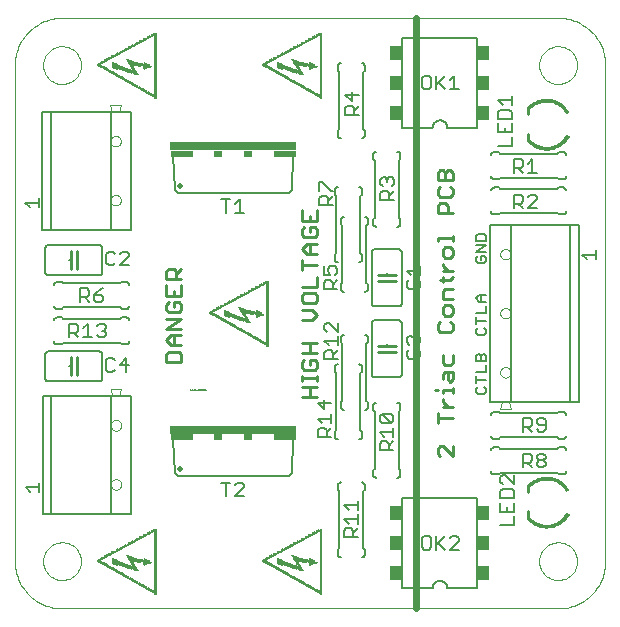
<source format=gto>
G75*
G70*
%OFA0B0*%
%FSLAX24Y24*%
%IPPOS*%
%LPD*%
%AMOC8*
5,1,8,0,0,1.08239X$1,22.5*
%
%ADD10C,0.0060*%
%ADD11C,0.0090*%
%ADD12C,0.0000*%
%ADD13C,0.0240*%
%ADD14R,0.0010X0.2190*%
%ADD15R,0.0010X0.2210*%
%ADD16R,0.0010X0.2200*%
%ADD17R,0.0010X0.2170*%
%ADD18R,0.0010X0.0090*%
%ADD19R,0.0010X0.0100*%
%ADD20R,0.0010X0.0010*%
%ADD21R,0.0010X0.0020*%
%ADD22R,0.0010X0.0030*%
%ADD23R,0.0010X0.0040*%
%ADD24R,0.0010X0.0050*%
%ADD25R,0.0010X0.0060*%
%ADD26R,0.0010X0.0070*%
%ADD27R,0.0010X0.0110*%
%ADD28R,0.0010X0.0130*%
%ADD29R,0.0010X0.0140*%
%ADD30R,0.0010X0.0160*%
%ADD31R,0.0010X0.0170*%
%ADD32R,0.0010X0.0180*%
%ADD33R,0.0010X0.0200*%
%ADD34R,0.0010X0.0210*%
%ADD35R,0.0010X0.0220*%
%ADD36R,0.0010X0.0240*%
%ADD37R,0.0010X0.0080*%
%ADD38R,0.0010X0.0120*%
%ADD39R,0.0120X0.0010*%
%ADD40R,0.0010X0.0150*%
%ADD41R,0.0010X0.0230*%
%ADD42R,0.0010X0.0310*%
%ADD43R,0.0010X0.0300*%
%ADD44R,0.0010X0.0290*%
%ADD45R,0.0010X0.0270*%
%ADD46R,0.0010X0.0260*%
%ADD47R,0.0010X0.0250*%
%ADD48R,0.0010X0.0190*%
%ADD49C,0.0030*%
%ADD50C,0.0050*%
%ADD51R,0.0400X0.0500*%
%ADD52C,0.0010*%
%ADD53C,0.0100*%
%ADD54C,0.0200*%
%ADD55R,0.4200X0.0300*%
%ADD56R,0.0750X0.0200*%
%ADD57R,0.0300X0.0200*%
D10*
X006544Y006565D02*
X006544Y010502D01*
X006836Y010502D01*
X006836Y006565D01*
X006544Y006565D01*
X006836Y006565D02*
X008816Y006565D01*
X008816Y010502D01*
X008869Y010502D01*
X009102Y010502D01*
X009497Y010502D01*
X009497Y006565D01*
X008816Y006565D01*
X010945Y007918D02*
X010895Y009068D01*
X010945Y007918D02*
X011045Y007818D01*
X014745Y007818D01*
X014845Y007918D01*
X014895Y009068D01*
X016284Y009155D02*
X016284Y009305D01*
X016334Y009355D01*
X016334Y011255D01*
X016284Y011305D01*
X016284Y011455D01*
X016286Y011472D01*
X016290Y011489D01*
X016297Y011505D01*
X016307Y011519D01*
X016320Y011532D01*
X016334Y011542D01*
X016350Y011549D01*
X016367Y011553D01*
X016384Y011555D01*
X016531Y012240D02*
X016531Y010340D01*
X016481Y010290D01*
X016481Y010140D01*
X016483Y010123D01*
X016487Y010106D01*
X016494Y010090D01*
X016504Y010076D01*
X016517Y010063D01*
X016531Y010053D01*
X016547Y010046D01*
X016564Y010042D01*
X016581Y010040D01*
X017281Y010040D02*
X017298Y010042D01*
X017315Y010046D01*
X017331Y010053D01*
X017345Y010063D01*
X017358Y010076D01*
X017368Y010090D01*
X017375Y010106D01*
X017379Y010123D01*
X017381Y010140D01*
X017381Y010290D01*
X017331Y010340D01*
X017331Y012240D01*
X017381Y012290D01*
X017381Y012440D01*
X017379Y012457D01*
X017375Y012474D01*
X017368Y012490D01*
X017358Y012504D01*
X017345Y012517D01*
X017331Y012527D01*
X017315Y012534D01*
X017298Y012538D01*
X017281Y012540D01*
X017513Y012927D02*
X017513Y011227D01*
X017515Y011210D01*
X017519Y011193D01*
X017526Y011177D01*
X017536Y011163D01*
X017549Y011150D01*
X017563Y011140D01*
X017579Y011133D01*
X017596Y011129D01*
X017613Y011127D01*
X018413Y011127D01*
X018430Y011129D01*
X018447Y011133D01*
X018463Y011140D01*
X018477Y011150D01*
X018490Y011163D01*
X018500Y011177D01*
X018507Y011193D01*
X018511Y011210D01*
X018513Y011227D01*
X018513Y012927D01*
X018511Y012944D01*
X018507Y012961D01*
X018500Y012977D01*
X018490Y012991D01*
X018477Y013004D01*
X018463Y013014D01*
X018447Y013021D01*
X018430Y013025D01*
X018413Y013027D01*
X017613Y013027D01*
X017596Y013025D01*
X017579Y013021D01*
X017563Y013014D01*
X017549Y013004D01*
X017536Y012991D01*
X017526Y012977D01*
X017519Y012961D01*
X017515Y012944D01*
X017513Y012927D01*
X017613Y013489D02*
X018413Y013489D01*
X018430Y013491D01*
X018447Y013495D01*
X018463Y013502D01*
X018477Y013512D01*
X018490Y013525D01*
X018500Y013539D01*
X018507Y013555D01*
X018511Y013572D01*
X018513Y013589D01*
X018513Y015289D01*
X018511Y015306D01*
X018507Y015323D01*
X018500Y015339D01*
X018490Y015353D01*
X018477Y015366D01*
X018463Y015376D01*
X018447Y015383D01*
X018430Y015387D01*
X018413Y015389D01*
X017613Y015389D01*
X017596Y015387D01*
X017579Y015383D01*
X017563Y015376D01*
X017549Y015366D01*
X017536Y015353D01*
X017526Y015339D01*
X017519Y015323D01*
X017515Y015306D01*
X017513Y015289D01*
X017513Y013589D01*
X017515Y013572D01*
X017519Y013555D01*
X017526Y013539D01*
X017536Y013525D01*
X017549Y013512D01*
X017563Y013502D01*
X017579Y013495D01*
X017596Y013491D01*
X017613Y013489D01*
X017381Y014077D02*
X017381Y014227D01*
X017331Y014277D01*
X017331Y016177D01*
X017381Y016227D01*
X017381Y016377D01*
X017379Y016394D01*
X017375Y016411D01*
X017368Y016427D01*
X017358Y016441D01*
X017345Y016454D01*
X017331Y016464D01*
X017315Y016471D01*
X017298Y016475D01*
X017281Y016477D01*
X017563Y016392D02*
X017563Y016242D01*
X017565Y016225D01*
X017569Y016208D01*
X017576Y016192D01*
X017586Y016178D01*
X017599Y016165D01*
X017613Y016155D01*
X017629Y016148D01*
X017646Y016144D01*
X017663Y016142D01*
X017563Y016392D02*
X017613Y016442D01*
X017613Y018342D01*
X017563Y018392D01*
X017563Y018542D01*
X017565Y018559D01*
X017569Y018576D01*
X017576Y018592D01*
X017586Y018606D01*
X017599Y018619D01*
X017613Y018629D01*
X017629Y018636D01*
X017646Y018640D01*
X017663Y018642D01*
X017282Y019195D02*
X017282Y019345D01*
X017232Y019395D01*
X017232Y021295D01*
X017282Y021345D01*
X017282Y021495D01*
X017280Y021512D01*
X017276Y021529D01*
X017269Y021545D01*
X017259Y021559D01*
X017246Y021572D01*
X017232Y021582D01*
X017216Y021589D01*
X017199Y021593D01*
X017182Y021595D01*
X016482Y021595D02*
X016465Y021593D01*
X016448Y021589D01*
X016432Y021582D01*
X016418Y021572D01*
X016405Y021559D01*
X016395Y021545D01*
X016388Y021529D01*
X016384Y021512D01*
X016382Y021495D01*
X016382Y021345D01*
X016432Y021295D01*
X016432Y019395D01*
X016382Y019345D01*
X016382Y019195D01*
X016384Y019178D01*
X016388Y019161D01*
X016395Y019145D01*
X016405Y019131D01*
X016418Y019118D01*
X016432Y019108D01*
X016448Y019101D01*
X016465Y019097D01*
X016482Y019095D01*
X017182Y019095D02*
X017199Y019097D01*
X017216Y019101D01*
X017232Y019108D01*
X017246Y019118D01*
X017259Y019131D01*
X017269Y019145D01*
X017276Y019161D01*
X017280Y019178D01*
X017282Y019195D01*
X018363Y018642D02*
X018380Y018640D01*
X018397Y018636D01*
X018413Y018629D01*
X018427Y018619D01*
X018440Y018606D01*
X018450Y018592D01*
X018457Y018576D01*
X018461Y018559D01*
X018463Y018542D01*
X018463Y018392D01*
X018413Y018342D01*
X018413Y016442D01*
X018463Y016392D01*
X018463Y016242D01*
X018461Y016225D01*
X018457Y016208D01*
X018450Y016192D01*
X018440Y016178D01*
X018427Y016165D01*
X018413Y016155D01*
X018397Y016148D01*
X018380Y016144D01*
X018363Y016142D01*
X017184Y015211D02*
X017184Y015061D01*
X017182Y015044D01*
X017178Y015027D01*
X017171Y015011D01*
X017161Y014997D01*
X017148Y014984D01*
X017134Y014974D01*
X017118Y014967D01*
X017101Y014963D01*
X017084Y014961D01*
X017184Y015211D02*
X017134Y015261D01*
X017134Y017161D01*
X017184Y017211D01*
X017184Y017361D01*
X017182Y017378D01*
X017178Y017395D01*
X017171Y017411D01*
X017161Y017425D01*
X017148Y017438D01*
X017134Y017448D01*
X017118Y017455D01*
X017101Y017459D01*
X017084Y017461D01*
X016384Y017461D02*
X016367Y017459D01*
X016350Y017455D01*
X016334Y017448D01*
X016320Y017438D01*
X016307Y017425D01*
X016297Y017411D01*
X016290Y017395D01*
X016286Y017378D01*
X016284Y017361D01*
X016284Y017211D01*
X016334Y017161D01*
X016334Y015261D01*
X016284Y015211D01*
X016284Y015061D01*
X016286Y015044D01*
X016290Y015027D01*
X016297Y015011D01*
X016307Y014997D01*
X016320Y014984D01*
X016334Y014974D01*
X016350Y014967D01*
X016367Y014963D01*
X016384Y014961D01*
X016531Y014277D02*
X016531Y016177D01*
X016481Y016227D01*
X016481Y016377D01*
X016483Y016394D01*
X016487Y016411D01*
X016494Y016427D01*
X016504Y016441D01*
X016517Y016454D01*
X016531Y016464D01*
X016547Y016471D01*
X016564Y016475D01*
X016581Y016477D01*
X014845Y017367D02*
X014895Y018517D01*
X014845Y017367D02*
X014745Y017267D01*
X011045Y017267D01*
X010945Y017367D01*
X010895Y018517D01*
X009485Y019978D02*
X009089Y019978D01*
X008857Y019978D01*
X008804Y019978D01*
X008804Y016041D01*
X006824Y016041D01*
X006824Y019978D01*
X008804Y019978D01*
X009485Y019978D02*
X009485Y016041D01*
X008804Y016041D01*
X008430Y015530D02*
X006730Y015530D01*
X006713Y015528D01*
X006696Y015524D01*
X006680Y015517D01*
X006666Y015507D01*
X006653Y015494D01*
X006643Y015480D01*
X006636Y015464D01*
X006632Y015447D01*
X006630Y015430D01*
X006630Y014630D01*
X006632Y014613D01*
X006636Y014596D01*
X006643Y014580D01*
X006653Y014566D01*
X006666Y014553D01*
X006680Y014543D01*
X006696Y014536D01*
X006713Y014532D01*
X006730Y014530D01*
X008430Y014530D01*
X008447Y014532D01*
X008464Y014536D01*
X008480Y014543D01*
X008494Y014553D01*
X008507Y014566D01*
X008517Y014580D01*
X008524Y014596D01*
X008528Y014613D01*
X008530Y014630D01*
X008530Y015430D01*
X008528Y015447D01*
X008524Y015464D01*
X008517Y015480D01*
X008507Y015494D01*
X008494Y015507D01*
X008480Y015517D01*
X008464Y015524D01*
X008447Y015528D01*
X008430Y015530D01*
X007730Y015030D02*
X007680Y015030D01*
X007480Y015030D02*
X007430Y015030D01*
X007171Y014299D02*
X007021Y014299D01*
X007004Y014297D01*
X006987Y014293D01*
X006971Y014286D01*
X006957Y014276D01*
X006944Y014263D01*
X006934Y014249D01*
X006927Y014233D01*
X006923Y014216D01*
X006921Y014199D01*
X007171Y014299D02*
X007221Y014249D01*
X009121Y014249D01*
X009171Y014299D01*
X009321Y014299D01*
X009338Y014297D01*
X009355Y014293D01*
X009371Y014286D01*
X009385Y014276D01*
X009398Y014263D01*
X009408Y014249D01*
X009415Y014233D01*
X009419Y014216D01*
X009421Y014199D01*
X009421Y013499D02*
X009419Y013482D01*
X009415Y013465D01*
X009408Y013449D01*
X009398Y013435D01*
X009385Y013422D01*
X009371Y013412D01*
X009355Y013405D01*
X009338Y013401D01*
X009321Y013399D01*
X009171Y013399D01*
X009121Y013449D01*
X007221Y013449D01*
X007171Y013399D01*
X007021Y013399D01*
X007004Y013401D01*
X006987Y013405D01*
X006971Y013412D01*
X006957Y013422D01*
X006944Y013435D01*
X006934Y013449D01*
X006927Y013465D01*
X006923Y013482D01*
X006921Y013499D01*
X007021Y013118D02*
X007171Y013118D01*
X007221Y013068D01*
X009121Y013068D01*
X009171Y013118D01*
X009321Y013118D01*
X009338Y013116D01*
X009355Y013112D01*
X009371Y013105D01*
X009385Y013095D01*
X009398Y013082D01*
X009408Y013068D01*
X009415Y013052D01*
X009419Y013035D01*
X009421Y013018D01*
X009421Y012318D02*
X009419Y012301D01*
X009415Y012284D01*
X009408Y012268D01*
X009398Y012254D01*
X009385Y012241D01*
X009371Y012231D01*
X009355Y012224D01*
X009338Y012220D01*
X009321Y012218D01*
X009171Y012218D01*
X009121Y012268D01*
X007221Y012268D01*
X007171Y012218D01*
X007021Y012218D01*
X007004Y012220D01*
X006987Y012224D01*
X006971Y012231D01*
X006957Y012241D01*
X006944Y012254D01*
X006934Y012268D01*
X006927Y012284D01*
X006923Y012301D01*
X006921Y012318D01*
X006730Y011986D02*
X008430Y011986D01*
X008447Y011984D01*
X008464Y011980D01*
X008480Y011973D01*
X008494Y011963D01*
X008507Y011950D01*
X008517Y011936D01*
X008524Y011920D01*
X008528Y011903D01*
X008530Y011886D01*
X008530Y011086D01*
X008528Y011069D01*
X008524Y011052D01*
X008517Y011036D01*
X008507Y011022D01*
X008494Y011009D01*
X008480Y010999D01*
X008464Y010992D01*
X008447Y010988D01*
X008430Y010986D01*
X006730Y010986D01*
X006713Y010988D01*
X006696Y010992D01*
X006680Y010999D01*
X006666Y011009D01*
X006653Y011022D01*
X006643Y011036D01*
X006636Y011052D01*
X006632Y011069D01*
X006630Y011086D01*
X006630Y011886D01*
X006632Y011903D01*
X006636Y011920D01*
X006643Y011936D01*
X006653Y011950D01*
X006666Y011963D01*
X006680Y011973D01*
X006696Y011980D01*
X006713Y011984D01*
X006730Y011986D01*
X007430Y011486D02*
X007480Y011486D01*
X007680Y011486D02*
X007730Y011486D01*
X006836Y010502D02*
X008816Y010502D01*
X006921Y013018D02*
X006923Y013035D01*
X006927Y013052D01*
X006934Y013068D01*
X006944Y013082D01*
X006957Y013095D01*
X006971Y013105D01*
X006987Y013112D01*
X007004Y013116D01*
X007021Y013118D01*
X006824Y016041D02*
X006532Y016041D01*
X006532Y019978D01*
X006824Y019978D01*
X016481Y014227D02*
X016481Y014077D01*
X016483Y014060D01*
X016487Y014043D01*
X016494Y014027D01*
X016504Y014013D01*
X016517Y014000D01*
X016531Y013990D01*
X016547Y013983D01*
X016564Y013979D01*
X016581Y013977D01*
X016481Y014227D02*
X016531Y014277D01*
X017281Y013977D02*
X017298Y013979D01*
X017315Y013983D01*
X017331Y013990D01*
X017345Y014000D01*
X017358Y014013D01*
X017368Y014027D01*
X017375Y014043D01*
X017379Y014060D01*
X017381Y014077D01*
X018013Y014289D02*
X018013Y014339D01*
X018013Y014539D02*
X018013Y014589D01*
X016581Y012540D02*
X016564Y012538D01*
X016547Y012534D01*
X016531Y012527D01*
X016517Y012517D01*
X016504Y012504D01*
X016494Y012490D01*
X016487Y012474D01*
X016483Y012457D01*
X016481Y012440D01*
X016481Y012290D01*
X016531Y012240D01*
X017084Y011555D02*
X017101Y011553D01*
X017118Y011549D01*
X017134Y011542D01*
X017148Y011532D01*
X017161Y011519D01*
X017171Y011505D01*
X017178Y011489D01*
X017182Y011472D01*
X017184Y011455D01*
X017184Y011305D01*
X017134Y011255D01*
X017134Y009355D01*
X017184Y009305D01*
X017184Y009155D01*
X017182Y009138D01*
X017178Y009121D01*
X017171Y009105D01*
X017161Y009091D01*
X017148Y009078D01*
X017134Y009068D01*
X017118Y009061D01*
X017101Y009057D01*
X017084Y009055D01*
X016384Y009055D02*
X016367Y009057D01*
X016350Y009061D01*
X016334Y009068D01*
X016320Y009078D01*
X016307Y009091D01*
X016297Y009105D01*
X016290Y009121D01*
X016286Y009138D01*
X016284Y009155D01*
X017563Y010026D02*
X017563Y010176D01*
X017565Y010193D01*
X017569Y010210D01*
X017576Y010226D01*
X017586Y010240D01*
X017599Y010253D01*
X017613Y010263D01*
X017629Y010270D01*
X017646Y010274D01*
X017663Y010276D01*
X017563Y010026D02*
X017613Y009976D01*
X017613Y008076D01*
X017563Y008026D01*
X017563Y007876D01*
X017565Y007859D01*
X017569Y007842D01*
X017576Y007826D01*
X017586Y007812D01*
X017599Y007799D01*
X017613Y007789D01*
X017629Y007782D01*
X017646Y007778D01*
X017663Y007776D01*
X017282Y007518D02*
X017282Y007368D01*
X017232Y007318D01*
X017232Y005418D01*
X017282Y005368D01*
X017282Y005218D01*
X017280Y005201D01*
X017276Y005184D01*
X017269Y005168D01*
X017259Y005154D01*
X017246Y005141D01*
X017232Y005131D01*
X017216Y005124D01*
X017199Y005120D01*
X017182Y005118D01*
X016482Y005118D02*
X016465Y005120D01*
X016448Y005124D01*
X016432Y005131D01*
X016418Y005141D01*
X016405Y005154D01*
X016395Y005168D01*
X016388Y005184D01*
X016384Y005201D01*
X016382Y005218D01*
X016382Y005368D01*
X016432Y005418D01*
X016432Y007318D01*
X016382Y007368D01*
X016382Y007518D01*
X016384Y007535D01*
X016388Y007552D01*
X016395Y007568D01*
X016405Y007582D01*
X016418Y007595D01*
X016432Y007605D01*
X016448Y007612D01*
X016465Y007616D01*
X016482Y007618D01*
X017182Y007618D02*
X017199Y007616D01*
X017216Y007612D01*
X017232Y007605D01*
X017246Y007595D01*
X017259Y007582D01*
X017269Y007568D01*
X017276Y007552D01*
X017280Y007535D01*
X017282Y007518D01*
X018363Y007776D02*
X018380Y007778D01*
X018397Y007782D01*
X018413Y007789D01*
X018427Y007799D01*
X018440Y007812D01*
X018450Y007826D01*
X018457Y007842D01*
X018461Y007859D01*
X018463Y007876D01*
X018463Y008026D01*
X018413Y008076D01*
X018413Y009976D01*
X018463Y010026D01*
X018463Y010176D01*
X018461Y010193D01*
X018457Y010210D01*
X018450Y010226D01*
X018440Y010240D01*
X018427Y010253D01*
X018413Y010263D01*
X018397Y010270D01*
X018380Y010274D01*
X018363Y010276D01*
X018013Y011927D02*
X018013Y011977D01*
X018013Y012177D02*
X018013Y012227D01*
X020983Y012586D02*
X021040Y012529D01*
X021266Y012529D01*
X021323Y012586D01*
X021323Y012700D01*
X021266Y012756D01*
X021040Y012756D02*
X020983Y012700D01*
X020983Y012586D01*
X020983Y012898D02*
X020983Y013125D01*
X020983Y013011D02*
X021323Y013011D01*
X021323Y013266D02*
X020983Y013266D01*
X021323Y013266D02*
X021323Y013493D01*
X021323Y013634D02*
X021096Y013634D01*
X020983Y013748D01*
X021096Y013861D01*
X021323Y013861D01*
X021153Y013861D02*
X021153Y013634D01*
X021040Y014926D02*
X021266Y014926D01*
X021323Y014983D01*
X021323Y015096D01*
X021266Y015153D01*
X021153Y015153D01*
X021153Y015040D01*
X021040Y015153D02*
X020983Y015096D01*
X020983Y014983D01*
X021040Y014926D01*
X020983Y015295D02*
X021323Y015521D01*
X020983Y015521D01*
X020983Y015663D02*
X020983Y015833D01*
X021040Y015890D01*
X021266Y015890D01*
X021323Y015833D01*
X021323Y015663D01*
X020983Y015663D01*
X020983Y015295D02*
X021323Y015295D01*
X021458Y016211D02*
X022139Y016211D01*
X022139Y010305D01*
X022086Y010305D01*
X021854Y010305D01*
X021458Y010305D01*
X021458Y016211D01*
X021588Y016548D02*
X021738Y016548D01*
X021788Y016598D01*
X023688Y016598D01*
X023738Y016548D01*
X023888Y016548D01*
X023905Y016550D01*
X023922Y016554D01*
X023938Y016561D01*
X023952Y016571D01*
X023965Y016584D01*
X023975Y016598D01*
X023982Y016614D01*
X023986Y016631D01*
X023988Y016648D01*
X024120Y016211D02*
X024120Y010305D01*
X022139Y010305D01*
X021788Y009918D02*
X023688Y009918D01*
X023738Y009968D01*
X023888Y009968D01*
X023905Y009966D01*
X023922Y009962D01*
X023938Y009955D01*
X023952Y009945D01*
X023965Y009932D01*
X023975Y009918D01*
X023982Y009902D01*
X023986Y009885D01*
X023988Y009868D01*
X024120Y010305D02*
X024411Y010305D01*
X024411Y016211D01*
X024120Y016211D01*
X022139Y016211D01*
X021588Y016548D02*
X021571Y016550D01*
X021554Y016554D01*
X021538Y016561D01*
X021524Y016571D01*
X021511Y016584D01*
X021501Y016598D01*
X021494Y016614D01*
X021490Y016631D01*
X021488Y016648D01*
X021488Y017348D02*
X021490Y017365D01*
X021494Y017382D01*
X021501Y017398D01*
X021511Y017412D01*
X021524Y017425D01*
X021538Y017435D01*
X021554Y017442D01*
X021571Y017446D01*
X021588Y017448D01*
X021738Y017448D01*
X021788Y017398D01*
X023688Y017398D01*
X023738Y017448D01*
X023888Y017448D01*
X023905Y017446D01*
X023922Y017442D01*
X023938Y017435D01*
X023952Y017425D01*
X023965Y017412D01*
X023975Y017398D01*
X023982Y017382D01*
X023986Y017365D01*
X023988Y017348D01*
X023888Y017729D02*
X023738Y017729D01*
X023688Y017779D01*
X021788Y017779D01*
X021738Y017729D01*
X021588Y017729D01*
X021571Y017731D01*
X021554Y017735D01*
X021538Y017742D01*
X021524Y017752D01*
X021511Y017765D01*
X021501Y017779D01*
X021494Y017795D01*
X021490Y017812D01*
X021488Y017829D01*
X021488Y018529D02*
X021490Y018546D01*
X021494Y018563D01*
X021501Y018579D01*
X021511Y018593D01*
X021524Y018606D01*
X021538Y018616D01*
X021554Y018623D01*
X021571Y018627D01*
X021588Y018629D01*
X021738Y018629D01*
X021788Y018579D01*
X023688Y018579D01*
X023738Y018629D01*
X023888Y018629D01*
X023905Y018627D01*
X023922Y018623D01*
X023938Y018616D01*
X023952Y018606D01*
X023965Y018593D01*
X023975Y018579D01*
X023982Y018563D01*
X023986Y018546D01*
X023988Y018529D01*
X023988Y017829D02*
X023986Y017812D01*
X023982Y017795D01*
X023975Y017779D01*
X023965Y017765D01*
X023952Y017752D01*
X023938Y017742D01*
X023922Y017735D01*
X023905Y017731D01*
X023888Y017729D01*
X021035Y019435D02*
X021035Y022435D01*
X018535Y022435D01*
X018535Y019435D01*
X019535Y019435D01*
X019537Y019465D01*
X019542Y019495D01*
X019551Y019524D01*
X019564Y019551D01*
X019579Y019577D01*
X019598Y019601D01*
X019619Y019622D01*
X019643Y019641D01*
X019669Y019656D01*
X019696Y019669D01*
X019725Y019678D01*
X019755Y019683D01*
X019785Y019685D01*
X019815Y019683D01*
X019845Y019678D01*
X019874Y019669D01*
X019901Y019656D01*
X019927Y019641D01*
X019951Y019622D01*
X019972Y019601D01*
X019991Y019577D01*
X020006Y019551D01*
X020019Y019524D01*
X020028Y019495D01*
X020033Y019465D01*
X020035Y019435D01*
X021035Y019435D01*
X021040Y011893D02*
X021096Y011893D01*
X021153Y011836D01*
X021153Y011666D01*
X021153Y011836D02*
X021210Y011893D01*
X021266Y011893D01*
X021323Y011836D01*
X021323Y011666D01*
X020983Y011666D01*
X020983Y011836D01*
X021040Y011893D01*
X021323Y011524D02*
X021323Y011298D01*
X020983Y011298D01*
X020983Y011156D02*
X020983Y010929D01*
X020983Y011043D02*
X021323Y011043D01*
X021266Y010788D02*
X021323Y010731D01*
X021323Y010618D01*
X021266Y010561D01*
X021040Y010561D01*
X020983Y010618D01*
X020983Y010731D01*
X021040Y010788D01*
X021588Y009968D02*
X021738Y009968D01*
X021788Y009918D01*
X021588Y009968D02*
X021571Y009966D01*
X021554Y009962D01*
X021538Y009955D01*
X021524Y009945D01*
X021511Y009932D01*
X021501Y009918D01*
X021494Y009902D01*
X021490Y009885D01*
X021488Y009868D01*
X021488Y009168D02*
X021490Y009151D01*
X021494Y009134D01*
X021501Y009118D01*
X021511Y009104D01*
X021524Y009091D01*
X021538Y009081D01*
X021554Y009074D01*
X021571Y009070D01*
X021588Y009068D01*
X021738Y009068D01*
X021788Y009118D01*
X023688Y009118D01*
X023738Y009068D01*
X023888Y009068D01*
X023905Y009070D01*
X023922Y009074D01*
X023938Y009081D01*
X023952Y009091D01*
X023965Y009104D01*
X023975Y009118D01*
X023982Y009134D01*
X023986Y009151D01*
X023988Y009168D01*
X023888Y008787D02*
X023738Y008787D01*
X023688Y008737D01*
X021788Y008737D01*
X021738Y008787D01*
X021588Y008787D01*
X021571Y008785D01*
X021554Y008781D01*
X021538Y008774D01*
X021524Y008764D01*
X021511Y008751D01*
X021501Y008737D01*
X021494Y008721D01*
X021490Y008704D01*
X021488Y008687D01*
X021488Y007987D02*
X021490Y007970D01*
X021494Y007953D01*
X021501Y007937D01*
X021511Y007923D01*
X021524Y007910D01*
X021538Y007900D01*
X021554Y007893D01*
X021571Y007889D01*
X021588Y007887D01*
X021738Y007887D01*
X021788Y007937D01*
X023688Y007937D01*
X023738Y007887D01*
X023888Y007887D01*
X023905Y007889D01*
X023922Y007893D01*
X023938Y007900D01*
X023952Y007910D01*
X023965Y007923D01*
X023975Y007937D01*
X023982Y007953D01*
X023986Y007970D01*
X023988Y007987D01*
X023988Y008687D02*
X023986Y008704D01*
X023982Y008721D01*
X023975Y008737D01*
X023965Y008751D01*
X023952Y008764D01*
X023938Y008774D01*
X023922Y008781D01*
X023905Y008785D01*
X023888Y008787D01*
X021035Y007081D02*
X021035Y004081D01*
X020035Y004081D01*
X020033Y004111D01*
X020028Y004141D01*
X020019Y004170D01*
X020006Y004197D01*
X019991Y004223D01*
X019972Y004247D01*
X019951Y004268D01*
X019927Y004287D01*
X019901Y004302D01*
X019874Y004315D01*
X019845Y004324D01*
X019815Y004329D01*
X019785Y004331D01*
X019755Y004329D01*
X019725Y004324D01*
X019696Y004315D01*
X019669Y004302D01*
X019643Y004287D01*
X019619Y004268D01*
X019598Y004247D01*
X019579Y004223D01*
X019564Y004197D01*
X019551Y004170D01*
X019542Y004141D01*
X019537Y004111D01*
X019535Y004081D01*
X018535Y004081D01*
X018535Y007081D01*
X021035Y007081D01*
D11*
X020222Y008482D02*
X019881Y008822D01*
X019796Y008822D01*
X019711Y008737D01*
X019711Y008567D01*
X019796Y008482D01*
X020222Y008482D02*
X020222Y008822D01*
X019711Y009587D02*
X019711Y009927D01*
X019711Y009757D02*
X020222Y009757D01*
X020222Y010139D02*
X019881Y010139D01*
X020051Y010139D02*
X019881Y010309D01*
X019881Y010395D01*
X019881Y010600D02*
X019881Y010685D01*
X020222Y010685D01*
X020222Y010600D02*
X020222Y010770D01*
X020136Y010968D02*
X020051Y011053D01*
X020051Y011308D01*
X019966Y011308D02*
X020222Y011308D01*
X020222Y011053D01*
X020136Y010968D01*
X019881Y011053D02*
X019881Y011223D01*
X019966Y011308D01*
X019966Y011520D02*
X020136Y011520D01*
X020222Y011606D01*
X020222Y011861D01*
X019881Y011861D02*
X019881Y011606D01*
X019966Y011520D01*
X019711Y010685D02*
X019626Y010685D01*
X019796Y012625D02*
X020136Y012625D01*
X020222Y012710D01*
X020222Y012881D01*
X020136Y012966D01*
X020136Y013178D02*
X020222Y013263D01*
X020222Y013433D01*
X020136Y013518D01*
X019966Y013518D01*
X019881Y013433D01*
X019881Y013263D01*
X019966Y013178D01*
X020136Y013178D01*
X019796Y012966D02*
X019711Y012881D01*
X019711Y012710D01*
X019796Y012625D01*
X019881Y013730D02*
X019881Y013986D01*
X019966Y014071D01*
X020222Y014071D01*
X020136Y014368D02*
X020222Y014453D01*
X020136Y014368D02*
X019796Y014368D01*
X019881Y014283D02*
X019881Y014453D01*
X019881Y014651D02*
X020222Y014651D01*
X020051Y014651D02*
X019881Y014821D01*
X019881Y014906D01*
X019966Y015112D02*
X019881Y015197D01*
X019881Y015367D01*
X019966Y015452D01*
X020136Y015452D01*
X020222Y015367D01*
X020222Y015197D01*
X020136Y015112D01*
X019966Y015112D01*
X019711Y015664D02*
X019711Y015749D01*
X020222Y015749D01*
X020222Y015664D02*
X020222Y015834D01*
X020222Y016585D02*
X019711Y016585D01*
X019711Y016840D01*
X019796Y016925D01*
X019966Y016925D01*
X020051Y016840D01*
X020051Y016585D01*
X020136Y017137D02*
X019796Y017137D01*
X019711Y017222D01*
X019711Y017392D01*
X019796Y017478D01*
X019711Y017690D02*
X019711Y017945D01*
X019796Y018030D01*
X019881Y018030D01*
X019966Y017945D01*
X019966Y017690D01*
X019711Y017690D02*
X020222Y017690D01*
X020222Y017945D01*
X020136Y018030D01*
X020051Y018030D01*
X019966Y017945D01*
X020136Y017478D02*
X020222Y017392D01*
X020222Y017222D01*
X020136Y017137D01*
X020222Y013730D02*
X019881Y013730D01*
X015694Y013666D02*
X015609Y013581D01*
X015269Y013581D01*
X015184Y013666D01*
X015184Y013836D01*
X015269Y013921D01*
X015609Y013921D01*
X015694Y013836D01*
X015694Y013666D01*
X015524Y013369D02*
X015184Y013369D01*
X015524Y013369D02*
X015694Y013199D01*
X015524Y013029D01*
X015184Y013029D01*
X015184Y012264D02*
X015694Y012264D01*
X015439Y012264D02*
X015439Y011924D01*
X015439Y011711D02*
X015439Y011541D01*
X015439Y011711D02*
X015609Y011711D01*
X015694Y011626D01*
X015694Y011456D01*
X015609Y011371D01*
X015269Y011371D01*
X015184Y011456D01*
X015184Y011626D01*
X015269Y011711D01*
X015184Y011924D02*
X015694Y011924D01*
X015694Y011173D02*
X015694Y011003D01*
X015694Y011088D02*
X015184Y011088D01*
X015184Y011003D02*
X015184Y011173D01*
X015184Y010791D02*
X015694Y010791D01*
X015439Y010791D02*
X015439Y010450D01*
X015694Y010450D02*
X015184Y010450D01*
X011166Y011631D02*
X011166Y011887D01*
X011081Y011972D01*
X010741Y011972D01*
X010656Y011887D01*
X010656Y011631D01*
X011166Y011631D01*
X011166Y012184D02*
X010826Y012184D01*
X010656Y012354D01*
X010826Y012524D01*
X011166Y012524D01*
X011166Y012736D02*
X010656Y012736D01*
X011166Y013077D01*
X010656Y013077D01*
X010741Y013289D02*
X011081Y013289D01*
X011166Y013374D01*
X011166Y013544D01*
X011081Y013629D01*
X010911Y013629D01*
X010911Y013459D01*
X010741Y013289D02*
X010656Y013374D01*
X010656Y013544D01*
X010741Y013629D01*
X010656Y013841D02*
X011166Y013841D01*
X011166Y014182D01*
X011166Y014394D02*
X010656Y014394D01*
X010656Y014649D01*
X010741Y014734D01*
X010911Y014734D01*
X010996Y014649D01*
X010996Y014394D01*
X010996Y014564D02*
X011166Y014734D01*
X010656Y014182D02*
X010656Y013841D01*
X010911Y013841D02*
X010911Y014012D01*
X010911Y012524D02*
X010911Y012184D01*
X015184Y014134D02*
X015694Y014134D01*
X015694Y014474D01*
X015694Y014856D02*
X015184Y014856D01*
X015184Y014686D02*
X015184Y015026D01*
X015354Y015238D02*
X015184Y015409D01*
X015354Y015579D01*
X015694Y015579D01*
X015609Y015791D02*
X015269Y015791D01*
X015184Y015876D01*
X015184Y016046D01*
X015269Y016131D01*
X015439Y016131D02*
X015439Y015961D01*
X015439Y016131D02*
X015609Y016131D01*
X015694Y016046D01*
X015694Y015876D01*
X015609Y015791D01*
X015439Y015579D02*
X015439Y015238D01*
X015354Y015238D02*
X015694Y015238D01*
X015694Y016343D02*
X015184Y016343D01*
X015184Y016684D01*
X015439Y016514D02*
X015439Y016343D01*
X015694Y016343D02*
X015694Y016684D01*
D12*
X005612Y021526D02*
X005612Y004990D01*
X006557Y004990D02*
X006559Y005040D01*
X006565Y005090D01*
X006575Y005139D01*
X006589Y005187D01*
X006606Y005234D01*
X006627Y005279D01*
X006652Y005323D01*
X006680Y005364D01*
X006712Y005403D01*
X006746Y005440D01*
X006783Y005474D01*
X006823Y005504D01*
X006865Y005531D01*
X006909Y005555D01*
X006955Y005576D01*
X007002Y005592D01*
X007050Y005605D01*
X007100Y005614D01*
X007149Y005619D01*
X007200Y005620D01*
X007250Y005617D01*
X007299Y005610D01*
X007348Y005599D01*
X007396Y005584D01*
X007442Y005566D01*
X007487Y005544D01*
X007530Y005518D01*
X007571Y005489D01*
X007610Y005457D01*
X007646Y005422D01*
X007678Y005384D01*
X007708Y005344D01*
X007735Y005301D01*
X007758Y005257D01*
X007777Y005211D01*
X007793Y005163D01*
X007805Y005114D01*
X007813Y005065D01*
X007817Y005015D01*
X007817Y004965D01*
X007813Y004915D01*
X007805Y004866D01*
X007793Y004817D01*
X007777Y004769D01*
X007758Y004723D01*
X007735Y004679D01*
X007708Y004636D01*
X007678Y004596D01*
X007646Y004558D01*
X007610Y004523D01*
X007571Y004491D01*
X007530Y004462D01*
X007487Y004436D01*
X007442Y004414D01*
X007396Y004396D01*
X007348Y004381D01*
X007299Y004370D01*
X007250Y004363D01*
X007200Y004360D01*
X007149Y004361D01*
X007100Y004366D01*
X007050Y004375D01*
X007002Y004388D01*
X006955Y004404D01*
X006909Y004425D01*
X006865Y004449D01*
X006823Y004476D01*
X006783Y004506D01*
X006746Y004540D01*
X006712Y004577D01*
X006680Y004616D01*
X006652Y004657D01*
X006627Y004701D01*
X006606Y004746D01*
X006589Y004793D01*
X006575Y004841D01*
X006565Y004890D01*
X006559Y004940D01*
X006557Y004990D01*
X005612Y004990D02*
X005614Y004913D01*
X005620Y004836D01*
X005629Y004759D01*
X005642Y004683D01*
X005659Y004607D01*
X005680Y004533D01*
X005704Y004459D01*
X005732Y004387D01*
X005763Y004317D01*
X005798Y004248D01*
X005836Y004180D01*
X005877Y004115D01*
X005922Y004052D01*
X005970Y003991D01*
X006020Y003932D01*
X006073Y003876D01*
X006129Y003823D01*
X006188Y003773D01*
X006249Y003725D01*
X006312Y003680D01*
X006377Y003639D01*
X006445Y003601D01*
X006514Y003566D01*
X006584Y003535D01*
X006656Y003507D01*
X006730Y003483D01*
X006804Y003462D01*
X006880Y003445D01*
X006956Y003432D01*
X007033Y003423D01*
X007110Y003417D01*
X007187Y003415D01*
X007187Y003416D02*
X023722Y003416D01*
X023092Y004990D02*
X023094Y005040D01*
X023100Y005090D01*
X023110Y005139D01*
X023124Y005187D01*
X023141Y005234D01*
X023162Y005279D01*
X023187Y005323D01*
X023215Y005364D01*
X023247Y005403D01*
X023281Y005440D01*
X023318Y005474D01*
X023358Y005504D01*
X023400Y005531D01*
X023444Y005555D01*
X023490Y005576D01*
X023537Y005592D01*
X023585Y005605D01*
X023635Y005614D01*
X023684Y005619D01*
X023735Y005620D01*
X023785Y005617D01*
X023834Y005610D01*
X023883Y005599D01*
X023931Y005584D01*
X023977Y005566D01*
X024022Y005544D01*
X024065Y005518D01*
X024106Y005489D01*
X024145Y005457D01*
X024181Y005422D01*
X024213Y005384D01*
X024243Y005344D01*
X024270Y005301D01*
X024293Y005257D01*
X024312Y005211D01*
X024328Y005163D01*
X024340Y005114D01*
X024348Y005065D01*
X024352Y005015D01*
X024352Y004965D01*
X024348Y004915D01*
X024340Y004866D01*
X024328Y004817D01*
X024312Y004769D01*
X024293Y004723D01*
X024270Y004679D01*
X024243Y004636D01*
X024213Y004596D01*
X024181Y004558D01*
X024145Y004523D01*
X024106Y004491D01*
X024065Y004462D01*
X024022Y004436D01*
X023977Y004414D01*
X023931Y004396D01*
X023883Y004381D01*
X023834Y004370D01*
X023785Y004363D01*
X023735Y004360D01*
X023684Y004361D01*
X023635Y004366D01*
X023585Y004375D01*
X023537Y004388D01*
X023490Y004404D01*
X023444Y004425D01*
X023400Y004449D01*
X023358Y004476D01*
X023318Y004506D01*
X023281Y004540D01*
X023247Y004577D01*
X023215Y004616D01*
X023187Y004657D01*
X023162Y004701D01*
X023141Y004746D01*
X023124Y004793D01*
X023110Y004841D01*
X023100Y004890D01*
X023094Y004940D01*
X023092Y004990D01*
X023722Y003415D02*
X023799Y003417D01*
X023876Y003423D01*
X023953Y003432D01*
X024029Y003445D01*
X024105Y003462D01*
X024179Y003483D01*
X024253Y003507D01*
X024325Y003535D01*
X024395Y003566D01*
X024464Y003601D01*
X024532Y003639D01*
X024597Y003680D01*
X024660Y003725D01*
X024721Y003773D01*
X024780Y003823D01*
X024836Y003876D01*
X024889Y003932D01*
X024939Y003991D01*
X024987Y004052D01*
X025032Y004115D01*
X025073Y004180D01*
X025111Y004248D01*
X025146Y004317D01*
X025177Y004387D01*
X025205Y004459D01*
X025229Y004533D01*
X025250Y004607D01*
X025267Y004683D01*
X025280Y004759D01*
X025289Y004836D01*
X025295Y004913D01*
X025297Y004990D01*
X025297Y021526D01*
X023092Y021526D02*
X023094Y021576D01*
X023100Y021626D01*
X023110Y021675D01*
X023124Y021723D01*
X023141Y021770D01*
X023162Y021815D01*
X023187Y021859D01*
X023215Y021900D01*
X023247Y021939D01*
X023281Y021976D01*
X023318Y022010D01*
X023358Y022040D01*
X023400Y022067D01*
X023444Y022091D01*
X023490Y022112D01*
X023537Y022128D01*
X023585Y022141D01*
X023635Y022150D01*
X023684Y022155D01*
X023735Y022156D01*
X023785Y022153D01*
X023834Y022146D01*
X023883Y022135D01*
X023931Y022120D01*
X023977Y022102D01*
X024022Y022080D01*
X024065Y022054D01*
X024106Y022025D01*
X024145Y021993D01*
X024181Y021958D01*
X024213Y021920D01*
X024243Y021880D01*
X024270Y021837D01*
X024293Y021793D01*
X024312Y021747D01*
X024328Y021699D01*
X024340Y021650D01*
X024348Y021601D01*
X024352Y021551D01*
X024352Y021501D01*
X024348Y021451D01*
X024340Y021402D01*
X024328Y021353D01*
X024312Y021305D01*
X024293Y021259D01*
X024270Y021215D01*
X024243Y021172D01*
X024213Y021132D01*
X024181Y021094D01*
X024145Y021059D01*
X024106Y021027D01*
X024065Y020998D01*
X024022Y020972D01*
X023977Y020950D01*
X023931Y020932D01*
X023883Y020917D01*
X023834Y020906D01*
X023785Y020899D01*
X023735Y020896D01*
X023684Y020897D01*
X023635Y020902D01*
X023585Y020911D01*
X023537Y020924D01*
X023490Y020940D01*
X023444Y020961D01*
X023400Y020985D01*
X023358Y021012D01*
X023318Y021042D01*
X023281Y021076D01*
X023247Y021113D01*
X023215Y021152D01*
X023187Y021193D01*
X023162Y021237D01*
X023141Y021282D01*
X023124Y021329D01*
X023110Y021377D01*
X023100Y021426D01*
X023094Y021476D01*
X023092Y021526D01*
X023722Y023101D02*
X023799Y023099D01*
X023876Y023093D01*
X023953Y023084D01*
X024029Y023071D01*
X024105Y023054D01*
X024179Y023033D01*
X024253Y023009D01*
X024325Y022981D01*
X024395Y022950D01*
X024464Y022915D01*
X024532Y022877D01*
X024597Y022836D01*
X024660Y022791D01*
X024721Y022743D01*
X024780Y022693D01*
X024836Y022640D01*
X024889Y022584D01*
X024939Y022525D01*
X024987Y022464D01*
X025032Y022401D01*
X025073Y022336D01*
X025111Y022268D01*
X025146Y022199D01*
X025177Y022129D01*
X025205Y022057D01*
X025229Y021983D01*
X025250Y021909D01*
X025267Y021833D01*
X025280Y021757D01*
X025289Y021680D01*
X025295Y021603D01*
X025297Y021526D01*
X023722Y023101D02*
X007187Y023101D01*
X006557Y021526D02*
X006559Y021576D01*
X006565Y021626D01*
X006575Y021675D01*
X006589Y021723D01*
X006606Y021770D01*
X006627Y021815D01*
X006652Y021859D01*
X006680Y021900D01*
X006712Y021939D01*
X006746Y021976D01*
X006783Y022010D01*
X006823Y022040D01*
X006865Y022067D01*
X006909Y022091D01*
X006955Y022112D01*
X007002Y022128D01*
X007050Y022141D01*
X007100Y022150D01*
X007149Y022155D01*
X007200Y022156D01*
X007250Y022153D01*
X007299Y022146D01*
X007348Y022135D01*
X007396Y022120D01*
X007442Y022102D01*
X007487Y022080D01*
X007530Y022054D01*
X007571Y022025D01*
X007610Y021993D01*
X007646Y021958D01*
X007678Y021920D01*
X007708Y021880D01*
X007735Y021837D01*
X007758Y021793D01*
X007777Y021747D01*
X007793Y021699D01*
X007805Y021650D01*
X007813Y021601D01*
X007817Y021551D01*
X007817Y021501D01*
X007813Y021451D01*
X007805Y021402D01*
X007793Y021353D01*
X007777Y021305D01*
X007758Y021259D01*
X007735Y021215D01*
X007708Y021172D01*
X007678Y021132D01*
X007646Y021094D01*
X007610Y021059D01*
X007571Y021027D01*
X007530Y020998D01*
X007487Y020972D01*
X007442Y020950D01*
X007396Y020932D01*
X007348Y020917D01*
X007299Y020906D01*
X007250Y020899D01*
X007200Y020896D01*
X007149Y020897D01*
X007100Y020902D01*
X007050Y020911D01*
X007002Y020924D01*
X006955Y020940D01*
X006909Y020961D01*
X006865Y020985D01*
X006823Y021012D01*
X006783Y021042D01*
X006746Y021076D01*
X006712Y021113D01*
X006680Y021152D01*
X006652Y021193D01*
X006627Y021237D01*
X006606Y021282D01*
X006589Y021329D01*
X006575Y021377D01*
X006565Y021426D01*
X006559Y021476D01*
X006557Y021526D01*
X005612Y021526D02*
X005614Y021603D01*
X005620Y021680D01*
X005629Y021757D01*
X005642Y021833D01*
X005659Y021909D01*
X005680Y021983D01*
X005704Y022057D01*
X005732Y022129D01*
X005763Y022199D01*
X005798Y022268D01*
X005836Y022336D01*
X005877Y022401D01*
X005922Y022464D01*
X005970Y022525D01*
X006020Y022584D01*
X006073Y022640D01*
X006129Y022693D01*
X006188Y022743D01*
X006249Y022791D01*
X006312Y022836D01*
X006377Y022877D01*
X006445Y022915D01*
X006514Y022950D01*
X006584Y022981D01*
X006656Y023009D01*
X006730Y023033D01*
X006804Y023054D01*
X006880Y023071D01*
X006956Y023084D01*
X007033Y023093D01*
X007110Y023099D01*
X007187Y023101D01*
X011458Y010716D02*
X011452Y010706D01*
X011461Y010707D02*
X011463Y010706D01*
X011466Y010706D01*
X011468Y010707D01*
X011468Y010716D01*
X011472Y010712D02*
X011477Y010712D01*
X011479Y010711D02*
X011481Y010712D01*
X011484Y010712D01*
X011486Y010711D01*
X011486Y010709D01*
X011479Y010709D01*
X011479Y010707D02*
X011479Y010711D01*
X011479Y010707D02*
X011481Y010706D01*
X011484Y010706D01*
X011489Y010706D02*
X011489Y010712D01*
X011492Y010712D02*
X011494Y010712D01*
X011492Y010712D02*
X011489Y010709D01*
X011496Y010711D02*
X011498Y010712D01*
X011503Y010712D01*
X011501Y010709D02*
X011498Y010709D01*
X011496Y010711D01*
X011496Y010706D02*
X011501Y010706D01*
X011503Y010707D01*
X011501Y010709D01*
X011506Y010706D02*
X011512Y010716D01*
X011515Y010712D02*
X011518Y010712D01*
X011516Y010714D02*
X011516Y010707D01*
X011518Y010706D01*
X011521Y010706D02*
X011521Y010716D01*
X011523Y010712D02*
X011526Y010712D01*
X011528Y010711D01*
X011528Y010706D01*
X011530Y010707D02*
X011532Y010706D01*
X011535Y010706D01*
X011537Y010707D01*
X011537Y010711D01*
X011535Y010712D01*
X011532Y010712D01*
X011530Y010711D01*
X011530Y010707D01*
X011523Y010712D02*
X011521Y010711D01*
X011539Y010712D02*
X011541Y010712D01*
X011543Y010711D01*
X011544Y010712D01*
X011546Y010711D01*
X011546Y010706D01*
X011548Y010707D02*
X011550Y010709D01*
X011555Y010709D01*
X011555Y010711D02*
X011555Y010706D01*
X011550Y010706D01*
X011548Y010707D01*
X011543Y010706D02*
X011543Y010711D01*
X011539Y010712D02*
X011539Y010706D01*
X011550Y010712D02*
X011553Y010712D01*
X011555Y010711D01*
X011558Y010711D02*
X011559Y010712D01*
X011564Y010712D01*
X011567Y010712D02*
X011572Y010712D01*
X011574Y010711D01*
X011574Y010707D01*
X011572Y010706D01*
X011567Y010706D01*
X011564Y010707D02*
X011563Y010709D01*
X011559Y010709D01*
X011558Y010711D01*
X011558Y010706D02*
X011563Y010706D01*
X011564Y010707D01*
X011567Y010702D02*
X011567Y010712D01*
X011576Y010712D02*
X011576Y010706D01*
X011576Y010709D02*
X011579Y010712D01*
X011581Y010712D01*
X011584Y010712D02*
X011585Y010712D01*
X011585Y010706D01*
X011584Y010706D02*
X011587Y010706D01*
X011590Y010707D02*
X011592Y010706D01*
X011597Y010706D01*
X011599Y010707D02*
X011599Y010711D01*
X011601Y010712D01*
X011604Y010712D01*
X011606Y010711D01*
X011606Y010709D01*
X011599Y010709D01*
X011599Y010707D02*
X011601Y010706D01*
X011604Y010706D01*
X011608Y010706D02*
X011615Y010716D01*
X011618Y010716D02*
X011623Y010716D01*
X011624Y010714D01*
X011624Y010707D01*
X011623Y010706D01*
X011618Y010706D01*
X011618Y010716D01*
X011627Y010711D02*
X011627Y010707D01*
X011628Y010706D01*
X011632Y010706D01*
X011633Y010707D01*
X011633Y010711D01*
X011632Y010712D01*
X011628Y010712D01*
X011627Y010711D01*
X011636Y010711D02*
X011636Y010707D01*
X011638Y010706D01*
X011643Y010706D01*
X011645Y010707D02*
X011647Y010706D01*
X011652Y010706D01*
X011652Y010712D01*
X011654Y010712D02*
X011656Y010712D01*
X011658Y010711D01*
X011659Y010712D01*
X011661Y010711D01*
X011661Y010706D01*
X011664Y010707D02*
X011664Y010711D01*
X011665Y010712D01*
X011669Y010712D01*
X011670Y010711D01*
X011670Y010709D01*
X011664Y010709D01*
X011664Y010707D02*
X011665Y010706D01*
X011669Y010706D01*
X011673Y010706D02*
X011673Y010712D01*
X011678Y010712D01*
X011679Y010711D01*
X011679Y010706D01*
X011684Y010707D02*
X011685Y010706D01*
X011684Y010707D02*
X011684Y010714D01*
X011682Y010712D02*
X011685Y010712D01*
X011688Y010711D02*
X011690Y010712D01*
X011695Y010712D01*
X011693Y010709D02*
X011690Y010709D01*
X011688Y010711D01*
X011688Y010706D02*
X011693Y010706D01*
X011695Y010707D01*
X011693Y010709D01*
X011697Y010706D02*
X011704Y010716D01*
X011708Y010712D02*
X011712Y010712D01*
X011713Y010711D01*
X011713Y010709D01*
X011707Y010709D01*
X011707Y010711D02*
X011708Y010712D01*
X011707Y010711D02*
X011707Y010707D01*
X011708Y010706D01*
X011712Y010706D01*
X011716Y010707D02*
X011717Y010709D01*
X011722Y010709D01*
X011722Y010711D02*
X011722Y010706D01*
X011717Y010706D01*
X011716Y010707D01*
X011717Y010712D02*
X011721Y010712D01*
X011722Y010711D01*
X011725Y010711D02*
X011725Y010707D01*
X011727Y010706D01*
X011732Y010706D01*
X011732Y010704D02*
X011732Y010712D01*
X011727Y010712D01*
X011725Y010711D01*
X011728Y010702D02*
X011730Y010702D01*
X011732Y010704D01*
X011734Y010706D02*
X011738Y010706D01*
X011736Y010706D02*
X011736Y010716D01*
X011734Y010716D01*
X011740Y010711D02*
X011742Y010712D01*
X011745Y010712D01*
X011747Y010711D01*
X011747Y010709D01*
X011740Y010709D01*
X011740Y010707D02*
X011740Y010711D01*
X011740Y010707D02*
X011742Y010706D01*
X011745Y010706D01*
X011750Y010706D02*
X011756Y010716D01*
X011759Y010716D02*
X011760Y010716D01*
X011760Y010706D01*
X011759Y010706D02*
X011762Y010706D01*
X011765Y010707D02*
X011767Y010706D01*
X011770Y010706D01*
X011772Y010707D01*
X011772Y010711D01*
X011770Y010712D01*
X011767Y010712D01*
X011765Y010711D01*
X011765Y010707D01*
X011774Y010707D02*
X011776Y010706D01*
X011781Y010706D01*
X011781Y010704D02*
X011781Y010712D01*
X011776Y010712D01*
X011774Y010711D01*
X011774Y010707D01*
X011777Y010702D02*
X011779Y010702D01*
X011781Y010704D01*
X011783Y010707D02*
X011785Y010706D01*
X011788Y010706D01*
X011790Y010707D01*
X011790Y010711D01*
X011788Y010712D01*
X011785Y010712D01*
X011783Y010711D01*
X011783Y010707D01*
X011792Y010706D02*
X011799Y010716D01*
X011802Y010716D02*
X011805Y010712D01*
X011808Y010716D01*
X011808Y010706D01*
X011811Y010707D02*
X011813Y010709D01*
X011818Y010709D01*
X011818Y010711D02*
X011818Y010706D01*
X011813Y010706D01*
X011811Y010707D01*
X011813Y010712D02*
X011816Y010712D01*
X011818Y010711D01*
X011820Y010711D02*
X011820Y010707D01*
X011822Y010706D01*
X011827Y010706D01*
X011827Y010704D02*
X011827Y010712D01*
X011822Y010712D01*
X011820Y010711D01*
X011823Y010702D02*
X011825Y010702D01*
X011827Y010704D01*
X011829Y010706D02*
X011833Y010706D01*
X011831Y010706D02*
X011831Y010712D01*
X011829Y010712D01*
X011831Y010716D02*
X011831Y010717D01*
X011837Y010712D02*
X011835Y010711D01*
X011835Y010707D01*
X011837Y010706D01*
X011842Y010706D01*
X011845Y010704D02*
X011851Y010704D01*
X011854Y010707D02*
X011856Y010706D01*
X011859Y010706D01*
X011861Y010707D01*
X011861Y010709D01*
X011859Y010711D01*
X011856Y010711D01*
X011854Y010712D01*
X011854Y010714D01*
X011856Y010716D01*
X011859Y010716D01*
X011861Y010714D01*
X011863Y010712D02*
X011865Y010712D01*
X011866Y010711D01*
X011868Y010712D01*
X011870Y010711D01*
X011870Y010706D01*
X011872Y010707D02*
X011874Y010706D01*
X011877Y010706D01*
X011879Y010707D01*
X011879Y010711D01*
X011877Y010712D01*
X011874Y010712D01*
X011872Y010711D01*
X011872Y010707D01*
X011866Y010706D02*
X011866Y010711D01*
X011863Y010712D02*
X011863Y010706D01*
X011881Y010706D02*
X011881Y010716D01*
X011881Y010709D02*
X011887Y010712D01*
X011889Y010711D02*
X011891Y010712D01*
X011894Y010712D01*
X011896Y010711D01*
X011896Y010709D01*
X011889Y010709D01*
X011889Y010707D02*
X011889Y010711D01*
X011889Y010707D02*
X011891Y010706D01*
X011894Y010706D01*
X011898Y010704D02*
X011905Y010704D01*
X011908Y010706D02*
X011911Y010706D01*
X011909Y010706D02*
X011909Y010716D01*
X011908Y010716D01*
X011914Y010711D02*
X011914Y010707D01*
X011915Y010706D01*
X011919Y010706D01*
X011920Y010707D01*
X011920Y010711D01*
X011919Y010712D01*
X011915Y010712D01*
X011914Y010711D01*
X011923Y010711D02*
X011923Y010707D01*
X011925Y010706D01*
X011930Y010706D01*
X011930Y010704D02*
X011930Y010712D01*
X011925Y010712D01*
X011923Y010711D01*
X011932Y010711D02*
X011932Y010707D01*
X011934Y010706D01*
X011937Y010706D01*
X011939Y010707D01*
X011939Y010711D01*
X011937Y010712D01*
X011934Y010712D01*
X011932Y010711D01*
X011930Y010704D02*
X011928Y010702D01*
X011926Y010702D01*
X011941Y010706D02*
X011943Y010706D01*
X011943Y010707D01*
X011941Y010707D01*
X011941Y010706D01*
X011946Y010706D02*
X011951Y010706D01*
X011953Y010707D01*
X011953Y010711D01*
X011951Y010712D01*
X011946Y010712D01*
X011946Y010716D02*
X011946Y010706D01*
X011955Y010706D02*
X011955Y010712D01*
X011957Y010712D01*
X011958Y010711D01*
X011960Y010712D01*
X011962Y010711D01*
X011962Y010706D01*
X011964Y010706D02*
X011969Y010706D01*
X011971Y010707D01*
X011971Y010711D01*
X011969Y010712D01*
X011964Y010712D01*
X011964Y010702D01*
X011958Y010706D02*
X011958Y010711D01*
X011887Y010706D02*
X011881Y010709D01*
X011842Y010712D02*
X011837Y010712D01*
X011802Y010706D02*
X011802Y010716D01*
X011658Y010711D02*
X011658Y010706D01*
X011654Y010706D02*
X011654Y010712D01*
X011645Y010712D02*
X011645Y010707D01*
X011643Y010712D02*
X011638Y010712D01*
X011636Y010711D01*
X011597Y010712D02*
X011592Y010712D01*
X011590Y010711D01*
X011590Y010707D01*
X011585Y010716D02*
X011585Y010717D01*
X011477Y010707D02*
X011475Y010709D01*
X011472Y010709D01*
X011470Y010711D01*
X011472Y010712D01*
X011470Y010706D02*
X011475Y010706D01*
X011477Y010707D01*
X011461Y010707D02*
X011461Y010716D01*
D13*
X018998Y003416D02*
X018998Y023101D01*
D14*
X015866Y021509D03*
X015816Y021509D03*
X010354Y021509D03*
X010304Y021509D03*
X014044Y013241D03*
X014094Y013241D03*
X015816Y004973D03*
X015866Y004973D03*
X010354Y004973D03*
X010304Y004973D03*
D15*
X010324Y004973D03*
X010334Y004973D03*
X010344Y004973D03*
X015836Y004973D03*
X015846Y004973D03*
X015856Y004973D03*
X014084Y013241D03*
X014074Y013241D03*
X014064Y013241D03*
X015836Y021509D03*
X015846Y021509D03*
X015856Y021509D03*
X010344Y021509D03*
X010334Y021509D03*
X010324Y021509D03*
D16*
X010314Y021504D03*
X015826Y021504D03*
X014054Y013236D03*
X015826Y004968D03*
X010314Y004968D03*
D17*
X010294Y004973D03*
X015806Y004973D03*
X014034Y013241D03*
X015806Y021509D03*
X010294Y021509D03*
D18*
X010114Y021479D03*
X009904Y021519D03*
X009894Y021519D03*
X009884Y021519D03*
X009694Y021249D03*
X009574Y021289D03*
X009564Y021289D03*
X009394Y020979D03*
X009384Y020979D03*
X009374Y020989D03*
X009364Y020989D03*
X009354Y020999D03*
X009334Y021009D03*
X009314Y021019D03*
X009304Y021029D03*
X009294Y021029D03*
X009284Y021039D03*
X009264Y021049D03*
X009244Y021059D03*
X009234Y021069D03*
X009214Y021079D03*
X009194Y021089D03*
X009174Y021099D03*
X009164Y021109D03*
X009154Y021109D03*
X009144Y021119D03*
X009124Y021129D03*
X009104Y021139D03*
X009084Y021149D03*
X009074Y021159D03*
X009054Y021169D03*
X009034Y021179D03*
X009014Y021189D03*
X009004Y021199D03*
X008984Y021209D03*
X008964Y021219D03*
X008944Y021229D03*
X008934Y021239D03*
X008924Y021239D03*
X008914Y021249D03*
X008894Y021259D03*
X008874Y021269D03*
X008854Y021279D03*
X008844Y021289D03*
X008824Y021299D03*
X008804Y021309D03*
X008784Y021319D03*
X008774Y021329D03*
X008754Y021339D03*
X008734Y021349D03*
X008714Y021359D03*
X008684Y021379D03*
X008664Y021389D03*
X008644Y021399D03*
X008634Y021409D03*
X008614Y021419D03*
X008594Y021429D03*
X008574Y021439D03*
X008564Y021449D03*
X008554Y021449D03*
X008544Y021459D03*
X008524Y021469D03*
X008504Y021479D03*
X008504Y021589D03*
X008524Y021599D03*
X008544Y021609D03*
X008564Y021619D03*
X008574Y021629D03*
X008584Y021629D03*
X008594Y021639D03*
X008614Y021649D03*
X008634Y021659D03*
X008654Y021669D03*
X008674Y021679D03*
X008694Y021689D03*
X008704Y021699D03*
X008714Y021699D03*
X008724Y021709D03*
X008744Y021719D03*
X008764Y021729D03*
X008784Y021739D03*
X008804Y021749D03*
X008814Y021759D03*
X008824Y021759D03*
X008834Y021769D03*
X008844Y021769D03*
X008854Y021779D03*
X008874Y021789D03*
X008894Y021799D03*
X008914Y021809D03*
X008924Y021819D03*
X008934Y021819D03*
X008944Y021829D03*
X008954Y021829D03*
X008964Y021839D03*
X008974Y021839D03*
X008984Y021849D03*
X008994Y021849D03*
X009004Y021859D03*
X009024Y021869D03*
X009044Y021879D03*
X009064Y021889D03*
X009074Y021899D03*
X009084Y021899D03*
X009094Y021909D03*
X009104Y021909D03*
X009114Y021919D03*
X009124Y021919D03*
X009134Y021929D03*
X009154Y021939D03*
X009174Y021949D03*
X009184Y021959D03*
X009194Y021959D03*
X009214Y021969D03*
X009224Y021979D03*
X009234Y021979D03*
X009244Y021989D03*
X009254Y021989D03*
X009264Y021999D03*
X009284Y022009D03*
X009304Y022019D03*
X009324Y022029D03*
X009344Y022039D03*
X009354Y022049D03*
X009364Y022049D03*
X009374Y022059D03*
X009384Y022059D03*
X009394Y022069D03*
X009414Y022079D03*
X009434Y022089D03*
X009454Y022099D03*
X009474Y022109D03*
X009484Y022119D03*
X009494Y022119D03*
X009504Y022129D03*
X009514Y022129D03*
X009524Y022139D03*
X009544Y022149D03*
X009564Y022159D03*
X009574Y022169D03*
X009584Y022169D03*
X009594Y022179D03*
X009604Y022179D03*
X009614Y022189D03*
X009624Y022189D03*
X009634Y022199D03*
X009644Y022199D03*
X009654Y022209D03*
X009674Y022219D03*
X009694Y022229D03*
X009714Y022239D03*
X009734Y022249D03*
X009744Y022259D03*
X009754Y022259D03*
X009764Y022269D03*
X009774Y022269D03*
X009784Y022279D03*
X009804Y022289D03*
X009824Y022299D03*
X009844Y022309D03*
X009854Y022319D03*
X009864Y022319D03*
X009874Y022329D03*
X009884Y022329D03*
X009894Y022339D03*
X009904Y022339D03*
X009914Y022349D03*
X009934Y022359D03*
X009954Y022369D03*
X009974Y022379D03*
X009984Y022389D03*
X009994Y022389D03*
X010004Y022399D03*
X010014Y022399D03*
X010024Y022409D03*
X010034Y022409D03*
X010044Y022419D03*
X010064Y022429D03*
X010084Y022439D03*
X010104Y022449D03*
X010124Y022459D03*
X010134Y022469D03*
X010144Y022469D03*
X010154Y022479D03*
X010164Y022479D03*
X010174Y022489D03*
X010194Y022499D03*
X010214Y022509D03*
X010234Y022519D03*
X010254Y022529D03*
X010264Y022539D03*
X010274Y022539D03*
X010284Y022549D03*
X009464Y020939D03*
X009454Y020939D03*
X009444Y020949D03*
X009424Y020959D03*
X009404Y020969D03*
X009474Y020929D03*
X009494Y020919D03*
X009514Y020909D03*
X009524Y020899D03*
X009534Y020899D03*
X009544Y020889D03*
X009564Y020879D03*
X009584Y020869D03*
X009604Y020859D03*
X009614Y020849D03*
X009624Y020849D03*
X009634Y020839D03*
X009654Y020829D03*
X009674Y020819D03*
X009684Y020809D03*
X009694Y020809D03*
X009704Y020799D03*
X009724Y020789D03*
X009744Y020779D03*
X009754Y020769D03*
X009764Y020769D03*
X009774Y020759D03*
X009794Y020749D03*
X009814Y020739D03*
X009824Y020729D03*
X009834Y020729D03*
X009844Y020719D03*
X009864Y020709D03*
X009884Y020699D03*
X009894Y020689D03*
X009904Y020689D03*
X009934Y020669D03*
X009954Y020659D03*
X009974Y020649D03*
X009994Y020639D03*
X010004Y020629D03*
X010024Y020619D03*
X010044Y020609D03*
X010054Y020599D03*
X010064Y020599D03*
X010074Y020589D03*
X010094Y020579D03*
X010114Y020569D03*
X010134Y020559D03*
X010144Y020549D03*
X010164Y020539D03*
X010184Y020529D03*
X010204Y020519D03*
X010214Y020509D03*
X010224Y020509D03*
X010234Y020499D03*
X010254Y020489D03*
X010274Y020479D03*
X010284Y020469D03*
X008404Y021539D03*
X013916Y021539D03*
X014016Y021589D03*
X014036Y021599D03*
X014056Y021609D03*
X014076Y021619D03*
X014086Y021629D03*
X014096Y021629D03*
X014106Y021639D03*
X014126Y021649D03*
X014146Y021659D03*
X014166Y021669D03*
X014186Y021679D03*
X014206Y021689D03*
X014216Y021699D03*
X014226Y021699D03*
X014236Y021709D03*
X014256Y021719D03*
X014276Y021729D03*
X014296Y021739D03*
X014316Y021749D03*
X014326Y021759D03*
X014336Y021759D03*
X014346Y021769D03*
X014356Y021769D03*
X014366Y021779D03*
X014386Y021789D03*
X014406Y021799D03*
X014426Y021809D03*
X014436Y021819D03*
X014446Y021819D03*
X014456Y021829D03*
X014466Y021829D03*
X014476Y021839D03*
X014486Y021839D03*
X014496Y021849D03*
X014506Y021849D03*
X014516Y021859D03*
X014536Y021869D03*
X014556Y021879D03*
X014576Y021889D03*
X014586Y021899D03*
X014596Y021899D03*
X014606Y021909D03*
X014616Y021909D03*
X014626Y021919D03*
X014636Y021919D03*
X014646Y021929D03*
X014666Y021939D03*
X014686Y021949D03*
X014696Y021959D03*
X014706Y021959D03*
X014726Y021969D03*
X014736Y021979D03*
X014746Y021979D03*
X014756Y021989D03*
X014766Y021989D03*
X014776Y021999D03*
X014796Y022009D03*
X014816Y022019D03*
X014836Y022029D03*
X014856Y022039D03*
X014866Y022049D03*
X014876Y022049D03*
X014886Y022059D03*
X014896Y022059D03*
X014906Y022069D03*
X014926Y022079D03*
X014946Y022089D03*
X014966Y022099D03*
X014986Y022109D03*
X014996Y022119D03*
X015006Y022119D03*
X015016Y022129D03*
X015026Y022129D03*
X015036Y022139D03*
X015056Y022149D03*
X015076Y022159D03*
X015086Y022169D03*
X015096Y022169D03*
X015106Y022179D03*
X015116Y022179D03*
X015126Y022189D03*
X015136Y022189D03*
X015146Y022199D03*
X015156Y022199D03*
X015166Y022209D03*
X015186Y022219D03*
X015206Y022229D03*
X015226Y022239D03*
X015246Y022249D03*
X015256Y022259D03*
X015266Y022259D03*
X015276Y022269D03*
X015286Y022269D03*
X015296Y022279D03*
X015316Y022289D03*
X015336Y022299D03*
X015356Y022309D03*
X015366Y022319D03*
X015376Y022319D03*
X015386Y022329D03*
X015396Y022329D03*
X015406Y022339D03*
X015416Y022339D03*
X015426Y022349D03*
X015446Y022359D03*
X015466Y022369D03*
X015486Y022379D03*
X015496Y022389D03*
X015506Y022389D03*
X015516Y022399D03*
X015526Y022399D03*
X015536Y022409D03*
X015546Y022409D03*
X015556Y022419D03*
X015576Y022429D03*
X015596Y022439D03*
X015616Y022449D03*
X015636Y022459D03*
X015646Y022469D03*
X015656Y022469D03*
X015666Y022479D03*
X015676Y022479D03*
X015686Y022489D03*
X015706Y022499D03*
X015726Y022509D03*
X015746Y022519D03*
X015766Y022529D03*
X015776Y022539D03*
X015786Y022539D03*
X015796Y022549D03*
X015626Y021479D03*
X015416Y021519D03*
X015406Y021519D03*
X015396Y021519D03*
X015206Y021249D03*
X015086Y021289D03*
X015076Y021289D03*
X014906Y020979D03*
X014896Y020979D03*
X014886Y020989D03*
X014876Y020989D03*
X014866Y020999D03*
X014846Y021009D03*
X014826Y021019D03*
X014816Y021029D03*
X014806Y021029D03*
X014796Y021039D03*
X014776Y021049D03*
X014756Y021059D03*
X014746Y021069D03*
X014726Y021079D03*
X014706Y021089D03*
X014686Y021099D03*
X014676Y021109D03*
X014666Y021109D03*
X014656Y021119D03*
X014636Y021129D03*
X014616Y021139D03*
X014596Y021149D03*
X014586Y021159D03*
X014566Y021169D03*
X014546Y021179D03*
X014526Y021189D03*
X014516Y021199D03*
X014496Y021209D03*
X014476Y021219D03*
X014456Y021229D03*
X014446Y021239D03*
X014436Y021239D03*
X014426Y021249D03*
X014406Y021259D03*
X014386Y021269D03*
X014366Y021279D03*
X014356Y021289D03*
X014336Y021299D03*
X014316Y021309D03*
X014296Y021319D03*
X014286Y021329D03*
X014266Y021339D03*
X014246Y021349D03*
X014226Y021359D03*
X014196Y021379D03*
X014176Y021389D03*
X014156Y021399D03*
X014146Y021409D03*
X014126Y021419D03*
X014106Y021429D03*
X014086Y021439D03*
X014076Y021449D03*
X014066Y021449D03*
X014056Y021459D03*
X014036Y021469D03*
X014016Y021479D03*
X014916Y020969D03*
X014936Y020959D03*
X014956Y020949D03*
X014966Y020939D03*
X014976Y020939D03*
X014986Y020929D03*
X015006Y020919D03*
X015026Y020909D03*
X015036Y020899D03*
X015046Y020899D03*
X015056Y020889D03*
X015076Y020879D03*
X015096Y020869D03*
X015116Y020859D03*
X015126Y020849D03*
X015136Y020849D03*
X015146Y020839D03*
X015166Y020829D03*
X015186Y020819D03*
X015196Y020809D03*
X015206Y020809D03*
X015216Y020799D03*
X015236Y020789D03*
X015256Y020779D03*
X015266Y020769D03*
X015276Y020769D03*
X015286Y020759D03*
X015306Y020749D03*
X015326Y020739D03*
X015336Y020729D03*
X015346Y020729D03*
X015356Y020719D03*
X015376Y020709D03*
X015396Y020699D03*
X015406Y020689D03*
X015416Y020689D03*
X015446Y020669D03*
X015466Y020659D03*
X015486Y020649D03*
X015506Y020639D03*
X015516Y020629D03*
X015536Y020619D03*
X015556Y020609D03*
X015566Y020599D03*
X015576Y020599D03*
X015586Y020589D03*
X015606Y020579D03*
X015626Y020569D03*
X015646Y020559D03*
X015656Y020549D03*
X015676Y020539D03*
X015696Y020529D03*
X015716Y020519D03*
X015726Y020509D03*
X015736Y020509D03*
X015746Y020499D03*
X015766Y020489D03*
X015786Y020479D03*
X015796Y020469D03*
X014024Y014281D03*
X014014Y014271D03*
X014004Y014271D03*
X013994Y014261D03*
X013974Y014251D03*
X013954Y014241D03*
X013934Y014231D03*
X013914Y014221D03*
X013904Y014211D03*
X013894Y014211D03*
X013884Y014201D03*
X013874Y014201D03*
X013864Y014191D03*
X013844Y014181D03*
X013824Y014171D03*
X013804Y014161D03*
X013784Y014151D03*
X013774Y014141D03*
X013764Y014141D03*
X013754Y014131D03*
X013744Y014131D03*
X013734Y014121D03*
X013724Y014121D03*
X013714Y014111D03*
X013694Y014101D03*
X013674Y014091D03*
X013654Y014081D03*
X013644Y014071D03*
X013634Y014071D03*
X013624Y014061D03*
X013614Y014061D03*
X013604Y014051D03*
X013594Y014051D03*
X013584Y014041D03*
X013564Y014031D03*
X013544Y014021D03*
X013524Y014011D03*
X013514Y014001D03*
X013504Y014001D03*
X013494Y013991D03*
X013484Y013991D03*
X013474Y013981D03*
X013454Y013971D03*
X013434Y013961D03*
X013414Y013951D03*
X013394Y013941D03*
X013384Y013931D03*
X013374Y013931D03*
X013364Y013921D03*
X013354Y013921D03*
X013344Y013911D03*
X013334Y013911D03*
X013324Y013901D03*
X013314Y013901D03*
X013304Y013891D03*
X013284Y013881D03*
X013264Y013871D03*
X013254Y013861D03*
X013244Y013861D03*
X013234Y013851D03*
X013224Y013851D03*
X013214Y013841D03*
X013194Y013831D03*
X013174Y013821D03*
X013154Y013811D03*
X013134Y013801D03*
X013124Y013791D03*
X013114Y013791D03*
X013104Y013781D03*
X013094Y013781D03*
X013084Y013771D03*
X013064Y013761D03*
X013044Y013751D03*
X013024Y013741D03*
X013004Y013731D03*
X012994Y013721D03*
X012984Y013721D03*
X012974Y013711D03*
X012964Y013711D03*
X012954Y013701D03*
X012934Y013691D03*
X012924Y013691D03*
X012914Y013681D03*
X012894Y013671D03*
X012874Y013661D03*
X012864Y013651D03*
X012854Y013651D03*
X012844Y013641D03*
X012834Y013641D03*
X012824Y013631D03*
X012814Y013631D03*
X012804Y013621D03*
X012784Y013611D03*
X012764Y013601D03*
X012744Y013591D03*
X012734Y013581D03*
X012724Y013581D03*
X012714Y013571D03*
X012704Y013571D03*
X012694Y013561D03*
X012684Y013561D03*
X012674Y013551D03*
X012664Y013551D03*
X012654Y013541D03*
X012634Y013531D03*
X012614Y013521D03*
X012594Y013511D03*
X012584Y013501D03*
X012574Y013501D03*
X012564Y013491D03*
X012554Y013491D03*
X012544Y013481D03*
X012524Y013471D03*
X012504Y013461D03*
X012484Y013451D03*
X012464Y013441D03*
X012454Y013431D03*
X012444Y013431D03*
X012434Y013421D03*
X012414Y013411D03*
X012394Y013401D03*
X012374Y013391D03*
X012354Y013381D03*
X012334Y013371D03*
X012324Y013361D03*
X012314Y013361D03*
X012304Y013351D03*
X012284Y013341D03*
X012264Y013331D03*
X012244Y013321D03*
X012244Y013211D03*
X012264Y013201D03*
X012284Y013191D03*
X012294Y013181D03*
X012304Y013181D03*
X012314Y013171D03*
X012334Y013161D03*
X012354Y013151D03*
X012374Y013141D03*
X012384Y013131D03*
X012404Y013121D03*
X012424Y013111D03*
X012454Y013091D03*
X012474Y013081D03*
X012494Y013071D03*
X012514Y013061D03*
X012524Y013051D03*
X012544Y013041D03*
X012564Y013031D03*
X012584Y013021D03*
X012594Y013011D03*
X012614Y013001D03*
X012634Y012991D03*
X012654Y012981D03*
X012664Y012971D03*
X012674Y012971D03*
X012684Y012961D03*
X012704Y012951D03*
X012724Y012941D03*
X012744Y012931D03*
X012754Y012921D03*
X012774Y012911D03*
X012794Y012901D03*
X012814Y012891D03*
X012824Y012881D03*
X012844Y012871D03*
X012864Y012861D03*
X012884Y012851D03*
X012894Y012841D03*
X012904Y012841D03*
X012914Y012831D03*
X012934Y012821D03*
X012954Y012811D03*
X012974Y012801D03*
X012984Y012791D03*
X013004Y012781D03*
X013024Y012771D03*
X013034Y012761D03*
X013044Y012761D03*
X013054Y012751D03*
X013074Y012741D03*
X013094Y012731D03*
X013104Y012721D03*
X013114Y012721D03*
X013124Y012711D03*
X013134Y012711D03*
X013144Y012701D03*
X013164Y012691D03*
X013184Y012681D03*
X013194Y012671D03*
X013204Y012671D03*
X013214Y012661D03*
X013234Y012651D03*
X013254Y012641D03*
X013264Y012631D03*
X013274Y012631D03*
X013284Y012621D03*
X013304Y012611D03*
X013324Y012601D03*
X013344Y012591D03*
X013354Y012581D03*
X013364Y012581D03*
X013374Y012571D03*
X013394Y012561D03*
X013414Y012551D03*
X013424Y012541D03*
X013434Y012541D03*
X013444Y012531D03*
X013464Y012521D03*
X013484Y012511D03*
X013494Y012501D03*
X013504Y012501D03*
X013514Y012491D03*
X013534Y012481D03*
X013554Y012471D03*
X013564Y012461D03*
X013574Y012461D03*
X013584Y012451D03*
X013604Y012441D03*
X013624Y012431D03*
X013634Y012421D03*
X013644Y012421D03*
X013674Y012401D03*
X013694Y012391D03*
X013714Y012381D03*
X013734Y012371D03*
X013744Y012361D03*
X013764Y012351D03*
X013784Y012341D03*
X013794Y012331D03*
X013804Y012331D03*
X013814Y012321D03*
X013834Y012311D03*
X013854Y012301D03*
X013874Y012291D03*
X013884Y012281D03*
X013904Y012271D03*
X013924Y012261D03*
X013944Y012251D03*
X013954Y012241D03*
X013964Y012241D03*
X013974Y012231D03*
X013994Y012221D03*
X014014Y012211D03*
X014024Y012201D03*
X013434Y012981D03*
X013314Y013021D03*
X013304Y013021D03*
X013624Y013251D03*
X013634Y013251D03*
X013644Y013251D03*
X013854Y013211D03*
X012144Y013271D03*
X010284Y006013D03*
X010274Y006003D03*
X010264Y006003D03*
X010254Y005993D03*
X010234Y005983D03*
X010214Y005973D03*
X010194Y005963D03*
X010174Y005953D03*
X010164Y005943D03*
X010154Y005943D03*
X010144Y005933D03*
X010134Y005933D03*
X010124Y005923D03*
X010104Y005913D03*
X010084Y005903D03*
X010064Y005893D03*
X010044Y005883D03*
X010034Y005873D03*
X010024Y005873D03*
X010014Y005863D03*
X010004Y005863D03*
X009994Y005853D03*
X009984Y005853D03*
X009974Y005843D03*
X009954Y005833D03*
X009934Y005823D03*
X009914Y005813D03*
X009904Y005803D03*
X009894Y005803D03*
X009884Y005793D03*
X009874Y005793D03*
X009864Y005783D03*
X009854Y005783D03*
X009844Y005773D03*
X009824Y005763D03*
X009804Y005753D03*
X009784Y005743D03*
X009774Y005733D03*
X009764Y005733D03*
X009754Y005723D03*
X009744Y005723D03*
X009734Y005713D03*
X009714Y005703D03*
X009694Y005693D03*
X009674Y005683D03*
X009654Y005673D03*
X009644Y005663D03*
X009634Y005663D03*
X009624Y005653D03*
X009614Y005653D03*
X009604Y005643D03*
X009594Y005643D03*
X009584Y005633D03*
X009574Y005633D03*
X009564Y005623D03*
X009544Y005613D03*
X009524Y005603D03*
X009514Y005593D03*
X009504Y005593D03*
X009494Y005583D03*
X009484Y005583D03*
X009474Y005573D03*
X009454Y005563D03*
X009434Y005553D03*
X009414Y005543D03*
X009394Y005533D03*
X009384Y005523D03*
X009374Y005523D03*
X009364Y005513D03*
X009354Y005513D03*
X009344Y005503D03*
X009324Y005493D03*
X009304Y005483D03*
X009284Y005473D03*
X009264Y005463D03*
X009254Y005453D03*
X009244Y005453D03*
X009234Y005443D03*
X009224Y005443D03*
X009214Y005433D03*
X009194Y005423D03*
X009184Y005423D03*
X009174Y005413D03*
X009154Y005403D03*
X009134Y005393D03*
X009124Y005383D03*
X009114Y005383D03*
X009104Y005373D03*
X009094Y005373D03*
X009084Y005363D03*
X009074Y005363D03*
X009064Y005353D03*
X009044Y005343D03*
X009024Y005333D03*
X009004Y005323D03*
X008994Y005313D03*
X008984Y005313D03*
X008974Y005303D03*
X008964Y005303D03*
X008954Y005293D03*
X008944Y005293D03*
X008934Y005283D03*
X008924Y005283D03*
X008914Y005273D03*
X008894Y005263D03*
X008874Y005253D03*
X008854Y005243D03*
X008844Y005233D03*
X008834Y005233D03*
X008824Y005223D03*
X008814Y005223D03*
X008804Y005213D03*
X008784Y005203D03*
X008764Y005193D03*
X008744Y005183D03*
X008724Y005173D03*
X008714Y005163D03*
X008704Y005163D03*
X008694Y005153D03*
X008674Y005143D03*
X008654Y005133D03*
X008634Y005123D03*
X008614Y005113D03*
X008594Y005103D03*
X008584Y005093D03*
X008574Y005093D03*
X008564Y005083D03*
X008544Y005073D03*
X008524Y005063D03*
X008504Y005053D03*
X008504Y004943D03*
X008524Y004933D03*
X008544Y004923D03*
X008554Y004913D03*
X008564Y004913D03*
X008574Y004903D03*
X008594Y004893D03*
X008614Y004883D03*
X008634Y004873D03*
X008644Y004863D03*
X008664Y004853D03*
X008684Y004843D03*
X008714Y004823D03*
X008734Y004813D03*
X008754Y004803D03*
X008774Y004793D03*
X008784Y004783D03*
X008804Y004773D03*
X008824Y004763D03*
X008844Y004753D03*
X008854Y004743D03*
X008874Y004733D03*
X008894Y004723D03*
X008914Y004713D03*
X008924Y004703D03*
X008934Y004703D03*
X008944Y004693D03*
X008964Y004683D03*
X008984Y004673D03*
X009004Y004663D03*
X009014Y004653D03*
X009034Y004643D03*
X009054Y004633D03*
X009074Y004623D03*
X009084Y004613D03*
X009104Y004603D03*
X009124Y004593D03*
X009144Y004583D03*
X009154Y004573D03*
X009164Y004573D03*
X009174Y004563D03*
X009194Y004553D03*
X009214Y004543D03*
X009234Y004533D03*
X009244Y004523D03*
X009264Y004513D03*
X009284Y004503D03*
X009294Y004493D03*
X009304Y004493D03*
X009314Y004483D03*
X009334Y004473D03*
X009354Y004463D03*
X009364Y004453D03*
X009374Y004453D03*
X009384Y004443D03*
X009394Y004443D03*
X009404Y004433D03*
X009424Y004423D03*
X009444Y004413D03*
X009454Y004403D03*
X009464Y004403D03*
X009474Y004393D03*
X009494Y004383D03*
X009514Y004373D03*
X009524Y004363D03*
X009534Y004363D03*
X009544Y004353D03*
X009564Y004343D03*
X009584Y004333D03*
X009604Y004323D03*
X009614Y004313D03*
X009624Y004313D03*
X009634Y004303D03*
X009654Y004293D03*
X009674Y004283D03*
X009684Y004273D03*
X009694Y004273D03*
X009704Y004263D03*
X009724Y004253D03*
X009744Y004243D03*
X009754Y004233D03*
X009764Y004233D03*
X009774Y004223D03*
X009794Y004213D03*
X009814Y004203D03*
X009824Y004193D03*
X009834Y004193D03*
X009844Y004183D03*
X009864Y004173D03*
X009884Y004163D03*
X009894Y004153D03*
X009904Y004153D03*
X009934Y004133D03*
X009954Y004123D03*
X009974Y004113D03*
X009994Y004103D03*
X010004Y004093D03*
X010024Y004083D03*
X010044Y004073D03*
X010054Y004063D03*
X010064Y004063D03*
X010074Y004053D03*
X010094Y004043D03*
X010114Y004033D03*
X010134Y004023D03*
X010144Y004013D03*
X010164Y004003D03*
X010184Y003993D03*
X010204Y003983D03*
X010214Y003973D03*
X010224Y003973D03*
X010234Y003963D03*
X010254Y003953D03*
X010274Y003943D03*
X010284Y003933D03*
X009694Y004713D03*
X009574Y004753D03*
X009564Y004753D03*
X009884Y004983D03*
X009894Y004983D03*
X009904Y004983D03*
X010114Y004943D03*
X008404Y005003D03*
X013916Y005003D03*
X014016Y005053D03*
X014036Y005063D03*
X014056Y005073D03*
X014076Y005083D03*
X014086Y005093D03*
X014096Y005093D03*
X014106Y005103D03*
X014126Y005113D03*
X014146Y005123D03*
X014166Y005133D03*
X014186Y005143D03*
X014206Y005153D03*
X014216Y005163D03*
X014226Y005163D03*
X014236Y005173D03*
X014256Y005183D03*
X014276Y005193D03*
X014296Y005203D03*
X014316Y005213D03*
X014326Y005223D03*
X014336Y005223D03*
X014346Y005233D03*
X014356Y005233D03*
X014366Y005243D03*
X014386Y005253D03*
X014406Y005263D03*
X014426Y005273D03*
X014436Y005283D03*
X014446Y005283D03*
X014456Y005293D03*
X014466Y005293D03*
X014476Y005303D03*
X014486Y005303D03*
X014496Y005313D03*
X014506Y005313D03*
X014516Y005323D03*
X014536Y005333D03*
X014556Y005343D03*
X014576Y005353D03*
X014586Y005363D03*
X014596Y005363D03*
X014606Y005373D03*
X014616Y005373D03*
X014626Y005383D03*
X014636Y005383D03*
X014646Y005393D03*
X014666Y005403D03*
X014686Y005413D03*
X014696Y005423D03*
X014706Y005423D03*
X014726Y005433D03*
X014736Y005443D03*
X014746Y005443D03*
X014756Y005453D03*
X014766Y005453D03*
X014776Y005463D03*
X014796Y005473D03*
X014816Y005483D03*
X014836Y005493D03*
X014856Y005503D03*
X014866Y005513D03*
X014876Y005513D03*
X014886Y005523D03*
X014896Y005523D03*
X014906Y005533D03*
X014926Y005543D03*
X014946Y005553D03*
X014966Y005563D03*
X014986Y005573D03*
X014996Y005583D03*
X015006Y005583D03*
X015016Y005593D03*
X015026Y005593D03*
X015036Y005603D03*
X015056Y005613D03*
X015076Y005623D03*
X015086Y005633D03*
X015096Y005633D03*
X015106Y005643D03*
X015116Y005643D03*
X015126Y005653D03*
X015136Y005653D03*
X015146Y005663D03*
X015156Y005663D03*
X015166Y005673D03*
X015186Y005683D03*
X015206Y005693D03*
X015226Y005703D03*
X015246Y005713D03*
X015256Y005723D03*
X015266Y005723D03*
X015276Y005733D03*
X015286Y005733D03*
X015296Y005743D03*
X015316Y005753D03*
X015336Y005763D03*
X015356Y005773D03*
X015366Y005783D03*
X015376Y005783D03*
X015386Y005793D03*
X015396Y005793D03*
X015406Y005803D03*
X015416Y005803D03*
X015426Y005813D03*
X015446Y005823D03*
X015466Y005833D03*
X015486Y005843D03*
X015496Y005853D03*
X015506Y005853D03*
X015516Y005863D03*
X015526Y005863D03*
X015536Y005873D03*
X015546Y005873D03*
X015556Y005883D03*
X015576Y005893D03*
X015596Y005903D03*
X015616Y005913D03*
X015636Y005923D03*
X015646Y005933D03*
X015656Y005933D03*
X015666Y005943D03*
X015676Y005943D03*
X015686Y005953D03*
X015706Y005963D03*
X015726Y005973D03*
X015746Y005983D03*
X015766Y005993D03*
X015776Y006003D03*
X015786Y006003D03*
X015796Y006013D03*
X015626Y004943D03*
X015416Y004983D03*
X015406Y004983D03*
X015396Y004983D03*
X015206Y004713D03*
X015086Y004753D03*
X015076Y004753D03*
X014906Y004443D03*
X014896Y004443D03*
X014886Y004453D03*
X014876Y004453D03*
X014866Y004463D03*
X014846Y004473D03*
X014826Y004483D03*
X014816Y004493D03*
X014806Y004493D03*
X014796Y004503D03*
X014776Y004513D03*
X014756Y004523D03*
X014746Y004533D03*
X014726Y004543D03*
X014706Y004553D03*
X014686Y004563D03*
X014676Y004573D03*
X014666Y004573D03*
X014656Y004583D03*
X014636Y004593D03*
X014616Y004603D03*
X014596Y004613D03*
X014586Y004623D03*
X014566Y004633D03*
X014546Y004643D03*
X014526Y004653D03*
X014516Y004663D03*
X014496Y004673D03*
X014476Y004683D03*
X014456Y004693D03*
X014446Y004703D03*
X014436Y004703D03*
X014426Y004713D03*
X014406Y004723D03*
X014386Y004733D03*
X014366Y004743D03*
X014356Y004753D03*
X014336Y004763D03*
X014316Y004773D03*
X014296Y004783D03*
X014286Y004793D03*
X014266Y004803D03*
X014246Y004813D03*
X014226Y004823D03*
X014196Y004843D03*
X014176Y004853D03*
X014156Y004863D03*
X014146Y004873D03*
X014126Y004883D03*
X014106Y004893D03*
X014086Y004903D03*
X014076Y004913D03*
X014066Y004913D03*
X014056Y004923D03*
X014036Y004933D03*
X014016Y004943D03*
X014916Y004433D03*
X014936Y004423D03*
X014956Y004413D03*
X014966Y004403D03*
X014976Y004403D03*
X014986Y004393D03*
X015006Y004383D03*
X015026Y004373D03*
X015036Y004363D03*
X015046Y004363D03*
X015056Y004353D03*
X015076Y004343D03*
X015096Y004333D03*
X015116Y004323D03*
X015126Y004313D03*
X015136Y004313D03*
X015146Y004303D03*
X015166Y004293D03*
X015186Y004283D03*
X015196Y004273D03*
X015206Y004273D03*
X015216Y004263D03*
X015236Y004253D03*
X015256Y004243D03*
X015266Y004233D03*
X015276Y004233D03*
X015286Y004223D03*
X015306Y004213D03*
X015326Y004203D03*
X015336Y004193D03*
X015346Y004193D03*
X015356Y004183D03*
X015376Y004173D03*
X015396Y004163D03*
X015406Y004153D03*
X015416Y004153D03*
X015446Y004133D03*
X015466Y004123D03*
X015486Y004113D03*
X015506Y004103D03*
X015516Y004093D03*
X015536Y004083D03*
X015556Y004073D03*
X015566Y004063D03*
X015576Y004063D03*
X015586Y004053D03*
X015606Y004043D03*
X015626Y004033D03*
X015646Y004023D03*
X015656Y004013D03*
X015676Y004003D03*
X015696Y003993D03*
X015716Y003983D03*
X015726Y003973D03*
X015736Y003973D03*
X015746Y003963D03*
X015766Y003953D03*
X015786Y003943D03*
X015796Y003933D03*
D19*
X015776Y003948D03*
X015756Y003958D03*
X015706Y003988D03*
X015686Y003998D03*
X015666Y004008D03*
X015636Y004028D03*
X015616Y004038D03*
X015596Y004048D03*
X015546Y004078D03*
X015526Y004088D03*
X015496Y004108D03*
X015476Y004118D03*
X015456Y004128D03*
X015436Y004138D03*
X015426Y004148D03*
X015386Y004168D03*
X015366Y004178D03*
X015316Y004208D03*
X015296Y004218D03*
X015246Y004248D03*
X015226Y004258D03*
X015176Y004288D03*
X015156Y004298D03*
X015106Y004328D03*
X015086Y004338D03*
X015066Y004348D03*
X015016Y004378D03*
X014996Y004388D03*
X014946Y004418D03*
X014926Y004428D03*
X014856Y004468D03*
X014836Y004478D03*
X014786Y004508D03*
X014766Y004518D03*
X014736Y004538D03*
X014716Y004548D03*
X014696Y004558D03*
X014646Y004588D03*
X014626Y004598D03*
X014606Y004608D03*
X014576Y004628D03*
X014556Y004638D03*
X014536Y004648D03*
X014506Y004668D03*
X014486Y004678D03*
X014466Y004688D03*
X014416Y004718D03*
X014396Y004728D03*
X014376Y004738D03*
X014346Y004758D03*
X014326Y004768D03*
X014306Y004778D03*
X014276Y004798D03*
X014256Y004808D03*
X014236Y004818D03*
X014216Y004828D03*
X014206Y004838D03*
X014186Y004848D03*
X014166Y004858D03*
X014136Y004878D03*
X014116Y004888D03*
X014096Y004898D03*
X014046Y004928D03*
X014026Y004938D03*
X013926Y004998D03*
X014026Y005058D03*
X014046Y005068D03*
X014066Y005078D03*
X014116Y005108D03*
X014136Y005118D03*
X014156Y005128D03*
X014176Y005138D03*
X014196Y005148D03*
X014246Y005178D03*
X014266Y005188D03*
X014286Y005198D03*
X014306Y005208D03*
X014376Y005248D03*
X014396Y005258D03*
X014416Y005268D03*
X014526Y005328D03*
X014546Y005338D03*
X014566Y005348D03*
X014656Y005398D03*
X014676Y005408D03*
X014716Y005428D03*
X014786Y005468D03*
X014806Y005478D03*
X014826Y005488D03*
X014846Y005498D03*
X014916Y005538D03*
X014936Y005548D03*
X014956Y005558D03*
X014976Y005568D03*
X015046Y005608D03*
X015066Y005618D03*
X015176Y005678D03*
X015196Y005688D03*
X015216Y005698D03*
X015236Y005708D03*
X015306Y005748D03*
X015326Y005758D03*
X015346Y005768D03*
X015436Y005818D03*
X015456Y005828D03*
X015476Y005838D03*
X015566Y005888D03*
X015586Y005898D03*
X015606Y005908D03*
X015626Y005918D03*
X015696Y005958D03*
X015716Y005968D03*
X015736Y005978D03*
X015756Y005988D03*
X015616Y004948D03*
X015606Y004948D03*
X015386Y004988D03*
X015376Y004988D03*
X015366Y004988D03*
X015356Y004988D03*
X015326Y004998D03*
X015196Y004718D03*
X015066Y004758D03*
X015056Y004758D03*
X015046Y004768D03*
X015036Y004768D03*
X015026Y004768D03*
X014986Y004788D03*
X014926Y005118D03*
X010264Y003948D03*
X010244Y003958D03*
X010194Y003988D03*
X010174Y003998D03*
X010154Y004008D03*
X010124Y004028D03*
X010104Y004038D03*
X010084Y004048D03*
X010034Y004078D03*
X010014Y004088D03*
X009984Y004108D03*
X009964Y004118D03*
X009944Y004128D03*
X009924Y004138D03*
X009914Y004148D03*
X009874Y004168D03*
X009854Y004178D03*
X009804Y004208D03*
X009784Y004218D03*
X009734Y004248D03*
X009714Y004258D03*
X009664Y004288D03*
X009644Y004298D03*
X009594Y004328D03*
X009574Y004338D03*
X009554Y004348D03*
X009504Y004378D03*
X009484Y004388D03*
X009434Y004418D03*
X009414Y004428D03*
X009344Y004468D03*
X009324Y004478D03*
X009274Y004508D03*
X009254Y004518D03*
X009224Y004538D03*
X009204Y004548D03*
X009184Y004558D03*
X009134Y004588D03*
X009114Y004598D03*
X009094Y004608D03*
X009064Y004628D03*
X009044Y004638D03*
X009024Y004648D03*
X008994Y004668D03*
X008974Y004678D03*
X008954Y004688D03*
X008904Y004718D03*
X008884Y004728D03*
X008864Y004738D03*
X008834Y004758D03*
X008814Y004768D03*
X008794Y004778D03*
X008764Y004798D03*
X008744Y004808D03*
X008724Y004818D03*
X008704Y004828D03*
X008694Y004838D03*
X008674Y004848D03*
X008654Y004858D03*
X008624Y004878D03*
X008604Y004888D03*
X008584Y004898D03*
X008534Y004928D03*
X008514Y004938D03*
X008414Y004998D03*
X008514Y005058D03*
X008534Y005068D03*
X008554Y005078D03*
X008604Y005108D03*
X008624Y005118D03*
X008644Y005128D03*
X008664Y005138D03*
X008684Y005148D03*
X008734Y005178D03*
X008754Y005188D03*
X008774Y005198D03*
X008794Y005208D03*
X008864Y005248D03*
X008884Y005258D03*
X008904Y005268D03*
X009014Y005328D03*
X009034Y005338D03*
X009054Y005348D03*
X009144Y005398D03*
X009164Y005408D03*
X009204Y005428D03*
X009274Y005468D03*
X009294Y005478D03*
X009314Y005488D03*
X009334Y005498D03*
X009404Y005538D03*
X009424Y005548D03*
X009444Y005558D03*
X009464Y005568D03*
X009534Y005608D03*
X009554Y005618D03*
X009664Y005678D03*
X009684Y005688D03*
X009704Y005698D03*
X009724Y005708D03*
X009794Y005748D03*
X009814Y005758D03*
X009834Y005768D03*
X009924Y005818D03*
X009944Y005828D03*
X009964Y005838D03*
X010054Y005888D03*
X010074Y005898D03*
X010094Y005908D03*
X010114Y005918D03*
X010184Y005958D03*
X010204Y005968D03*
X010224Y005978D03*
X010244Y005988D03*
X010104Y004948D03*
X010094Y004948D03*
X009874Y004988D03*
X009864Y004988D03*
X009854Y004988D03*
X009844Y004988D03*
X009814Y004998D03*
X009684Y004718D03*
X009554Y004758D03*
X009544Y004758D03*
X009534Y004768D03*
X009524Y004768D03*
X009514Y004768D03*
X009474Y004788D03*
X009414Y005118D03*
X013824Y012316D03*
X013844Y012306D03*
X013864Y012296D03*
X013894Y012276D03*
X013914Y012266D03*
X013934Y012256D03*
X013984Y012226D03*
X014004Y012216D03*
X013774Y012346D03*
X013754Y012356D03*
X013724Y012376D03*
X013704Y012386D03*
X013684Y012396D03*
X013664Y012406D03*
X013654Y012416D03*
X013614Y012436D03*
X013594Y012446D03*
X013544Y012476D03*
X013524Y012486D03*
X013474Y012516D03*
X013454Y012526D03*
X013404Y012556D03*
X013384Y012566D03*
X013334Y012596D03*
X013314Y012606D03*
X013294Y012616D03*
X013244Y012646D03*
X013224Y012656D03*
X013174Y012686D03*
X013154Y012696D03*
X013084Y012736D03*
X013064Y012746D03*
X013014Y012776D03*
X012994Y012786D03*
X012964Y012806D03*
X012944Y012816D03*
X012924Y012826D03*
X012874Y012856D03*
X012854Y012866D03*
X012834Y012876D03*
X012804Y012896D03*
X012784Y012906D03*
X012764Y012916D03*
X012734Y012936D03*
X012714Y012946D03*
X012694Y012956D03*
X012644Y012986D03*
X012624Y012996D03*
X012604Y013006D03*
X012574Y013026D03*
X012554Y013036D03*
X012534Y013046D03*
X012504Y013066D03*
X012484Y013076D03*
X012464Y013086D03*
X012444Y013096D03*
X012434Y013106D03*
X012414Y013116D03*
X012394Y013126D03*
X012364Y013146D03*
X012344Y013156D03*
X012324Y013166D03*
X012274Y013196D03*
X012254Y013206D03*
X012154Y013266D03*
X012254Y013326D03*
X012274Y013336D03*
X012294Y013346D03*
X012344Y013376D03*
X012364Y013386D03*
X012384Y013396D03*
X012404Y013406D03*
X012424Y013416D03*
X012474Y013446D03*
X012494Y013456D03*
X012514Y013466D03*
X012534Y013476D03*
X012604Y013516D03*
X012624Y013526D03*
X012644Y013536D03*
X012754Y013596D03*
X012774Y013606D03*
X012794Y013616D03*
X012884Y013666D03*
X012904Y013676D03*
X012944Y013696D03*
X013014Y013736D03*
X013034Y013746D03*
X013054Y013756D03*
X013074Y013766D03*
X013144Y013806D03*
X013164Y013816D03*
X013184Y013826D03*
X013204Y013836D03*
X013274Y013876D03*
X013294Y013886D03*
X013404Y013946D03*
X013424Y013956D03*
X013444Y013966D03*
X013464Y013976D03*
X013534Y014016D03*
X013554Y014026D03*
X013574Y014036D03*
X013664Y014086D03*
X013684Y014096D03*
X013704Y014106D03*
X013794Y014156D03*
X013814Y014166D03*
X013834Y014176D03*
X013854Y014186D03*
X013924Y014226D03*
X013944Y014236D03*
X013964Y014246D03*
X013984Y014256D03*
X013154Y013386D03*
X013214Y013056D03*
X013254Y013036D03*
X013264Y013036D03*
X013274Y013036D03*
X013284Y013026D03*
X013294Y013026D03*
X013424Y012986D03*
X013554Y013266D03*
X013584Y013256D03*
X013594Y013256D03*
X013604Y013256D03*
X013614Y013256D03*
X013834Y013216D03*
X013844Y013216D03*
X015776Y020484D03*
X015756Y020494D03*
X015706Y020524D03*
X015686Y020534D03*
X015666Y020544D03*
X015636Y020564D03*
X015616Y020574D03*
X015596Y020584D03*
X015546Y020614D03*
X015526Y020624D03*
X015496Y020644D03*
X015476Y020654D03*
X015456Y020664D03*
X015436Y020674D03*
X015426Y020684D03*
X015386Y020704D03*
X015366Y020714D03*
X015316Y020744D03*
X015296Y020754D03*
X015246Y020784D03*
X015226Y020794D03*
X015176Y020824D03*
X015156Y020834D03*
X015106Y020864D03*
X015086Y020874D03*
X015066Y020884D03*
X015016Y020914D03*
X014996Y020924D03*
X014946Y020954D03*
X014926Y020964D03*
X014856Y021004D03*
X014836Y021014D03*
X014786Y021044D03*
X014766Y021054D03*
X014736Y021074D03*
X014716Y021084D03*
X014696Y021094D03*
X014646Y021124D03*
X014626Y021134D03*
X014606Y021144D03*
X014576Y021164D03*
X014556Y021174D03*
X014536Y021184D03*
X014506Y021204D03*
X014486Y021214D03*
X014466Y021224D03*
X014416Y021254D03*
X014396Y021264D03*
X014376Y021274D03*
X014346Y021294D03*
X014326Y021304D03*
X014306Y021314D03*
X014276Y021334D03*
X014256Y021344D03*
X014236Y021354D03*
X014216Y021364D03*
X014206Y021374D03*
X014186Y021384D03*
X014166Y021394D03*
X014136Y021414D03*
X014116Y021424D03*
X014096Y021434D03*
X014046Y021464D03*
X014026Y021474D03*
X013926Y021534D03*
X014026Y021594D03*
X014046Y021604D03*
X014066Y021614D03*
X014116Y021644D03*
X014136Y021654D03*
X014156Y021664D03*
X014176Y021674D03*
X014196Y021684D03*
X014246Y021714D03*
X014266Y021724D03*
X014286Y021734D03*
X014306Y021744D03*
X014376Y021784D03*
X014396Y021794D03*
X014416Y021804D03*
X014526Y021864D03*
X014546Y021874D03*
X014566Y021884D03*
X014656Y021934D03*
X014676Y021944D03*
X014716Y021964D03*
X014786Y022004D03*
X014806Y022014D03*
X014826Y022024D03*
X014846Y022034D03*
X014916Y022074D03*
X014936Y022084D03*
X014956Y022094D03*
X014976Y022104D03*
X015046Y022144D03*
X015066Y022154D03*
X015176Y022214D03*
X015196Y022224D03*
X015216Y022234D03*
X015236Y022244D03*
X015306Y022284D03*
X015326Y022294D03*
X015346Y022304D03*
X015436Y022354D03*
X015456Y022364D03*
X015476Y022374D03*
X015566Y022424D03*
X015586Y022434D03*
X015606Y022444D03*
X015626Y022454D03*
X015696Y022494D03*
X015716Y022504D03*
X015736Y022514D03*
X015756Y022524D03*
X014926Y021654D03*
X014986Y021324D03*
X015026Y021304D03*
X015036Y021304D03*
X015046Y021304D03*
X015056Y021294D03*
X015066Y021294D03*
X015196Y021254D03*
X015326Y021534D03*
X015356Y021524D03*
X015366Y021524D03*
X015376Y021524D03*
X015386Y021524D03*
X015606Y021484D03*
X015616Y021484D03*
X010264Y020484D03*
X010244Y020494D03*
X010194Y020524D03*
X010174Y020534D03*
X010154Y020544D03*
X010124Y020564D03*
X010104Y020574D03*
X010084Y020584D03*
X010034Y020614D03*
X010014Y020624D03*
X009984Y020644D03*
X009964Y020654D03*
X009944Y020664D03*
X009924Y020674D03*
X009914Y020684D03*
X009874Y020704D03*
X009854Y020714D03*
X009804Y020744D03*
X009784Y020754D03*
X009734Y020784D03*
X009714Y020794D03*
X009664Y020824D03*
X009644Y020834D03*
X009594Y020864D03*
X009574Y020874D03*
X009554Y020884D03*
X009504Y020914D03*
X009484Y020924D03*
X009434Y020954D03*
X009414Y020964D03*
X009344Y021004D03*
X009324Y021014D03*
X009274Y021044D03*
X009254Y021054D03*
X009224Y021074D03*
X009204Y021084D03*
X009184Y021094D03*
X009134Y021124D03*
X009114Y021134D03*
X009094Y021144D03*
X009064Y021164D03*
X009044Y021174D03*
X009024Y021184D03*
X008994Y021204D03*
X008974Y021214D03*
X008954Y021224D03*
X008904Y021254D03*
X008884Y021264D03*
X008864Y021274D03*
X008834Y021294D03*
X008814Y021304D03*
X008794Y021314D03*
X008764Y021334D03*
X008744Y021344D03*
X008724Y021354D03*
X008704Y021364D03*
X008694Y021374D03*
X008674Y021384D03*
X008654Y021394D03*
X008624Y021414D03*
X008604Y021424D03*
X008584Y021434D03*
X008534Y021464D03*
X008514Y021474D03*
X008414Y021534D03*
X008514Y021594D03*
X008534Y021604D03*
X008554Y021614D03*
X008604Y021644D03*
X008624Y021654D03*
X008644Y021664D03*
X008664Y021674D03*
X008684Y021684D03*
X008734Y021714D03*
X008754Y021724D03*
X008774Y021734D03*
X008794Y021744D03*
X008864Y021784D03*
X008884Y021794D03*
X008904Y021804D03*
X009014Y021864D03*
X009034Y021874D03*
X009054Y021884D03*
X009144Y021934D03*
X009164Y021944D03*
X009204Y021964D03*
X009274Y022004D03*
X009294Y022014D03*
X009314Y022024D03*
X009334Y022034D03*
X009404Y022074D03*
X009424Y022084D03*
X009444Y022094D03*
X009464Y022104D03*
X009534Y022144D03*
X009554Y022154D03*
X009664Y022214D03*
X009684Y022224D03*
X009704Y022234D03*
X009724Y022244D03*
X009794Y022284D03*
X009814Y022294D03*
X009834Y022304D03*
X009924Y022354D03*
X009944Y022364D03*
X009964Y022374D03*
X010054Y022424D03*
X010074Y022434D03*
X010094Y022444D03*
X010114Y022454D03*
X010184Y022494D03*
X010204Y022504D03*
X010224Y022514D03*
X010244Y022524D03*
X009414Y021654D03*
X009474Y021324D03*
X009514Y021304D03*
X009524Y021304D03*
X009534Y021304D03*
X009544Y021294D03*
X009554Y021294D03*
X009684Y021254D03*
X009814Y021534D03*
X009844Y021524D03*
X009854Y021524D03*
X009864Y021524D03*
X009874Y021524D03*
X010094Y021484D03*
X010104Y021484D03*
D20*
X010194Y021469D03*
X009744Y021199D03*
X015256Y021199D03*
X015706Y021469D03*
X013934Y013201D03*
X013484Y012931D03*
X015706Y004933D03*
X015256Y004663D03*
X010194Y004933D03*
X009744Y004663D03*
D21*
X010184Y004928D03*
X009354Y005178D03*
X014866Y005178D03*
X015696Y004928D03*
X013924Y013196D03*
X013094Y013446D03*
X015696Y021464D03*
X014866Y021714D03*
X010184Y021464D03*
X009354Y021714D03*
D22*
X009364Y021699D03*
X009734Y021209D03*
X010174Y021469D03*
X014876Y021699D03*
X015246Y021209D03*
X015686Y021469D03*
X013104Y013431D03*
X013474Y012941D03*
X013914Y013201D03*
X014876Y005163D03*
X015246Y004673D03*
X015686Y004933D03*
X010174Y004933D03*
X009734Y004673D03*
X009364Y005163D03*
D23*
X009374Y005158D03*
X010164Y004938D03*
X014886Y005158D03*
X015676Y004938D03*
X013904Y013206D03*
X013114Y013426D03*
X015676Y021474D03*
X014886Y021694D03*
X010164Y021474D03*
X009374Y021694D03*
D24*
X009714Y021229D03*
X009724Y021219D03*
X010154Y021469D03*
X015226Y021229D03*
X015236Y021219D03*
X015666Y021469D03*
X013894Y013201D03*
X013464Y012951D03*
X013454Y012961D03*
X015666Y004933D03*
X015236Y004683D03*
X015226Y004693D03*
X010154Y004933D03*
X009724Y004683D03*
X009714Y004693D03*
D25*
X010144Y004938D03*
X009384Y005148D03*
X008384Y004998D03*
X013896Y004998D03*
X014896Y005148D03*
X015656Y004938D03*
X013884Y013206D03*
X013124Y013416D03*
X012124Y013266D03*
X010144Y021474D03*
X009384Y021684D03*
X008384Y021534D03*
X013896Y021534D03*
X014896Y021684D03*
X015656Y021474D03*
D26*
X015646Y021479D03*
X015636Y021479D03*
X015216Y021239D03*
X014906Y021669D03*
X010134Y021479D03*
X010124Y021479D03*
X009704Y021239D03*
X009394Y021669D03*
X013134Y013401D03*
X013444Y012971D03*
X013864Y013211D03*
X013874Y013211D03*
X014906Y005133D03*
X015216Y004703D03*
X015636Y004943D03*
X015646Y004943D03*
X010134Y004943D03*
X010124Y004943D03*
X009704Y004703D03*
X009394Y005133D03*
D27*
X009424Y004803D03*
X009444Y004793D03*
X009454Y004793D03*
X009464Y004793D03*
X009484Y004783D03*
X009494Y004783D03*
X009504Y004773D03*
X009674Y004733D03*
X009774Y005003D03*
X009784Y005003D03*
X009794Y005003D03*
X009804Y005003D03*
X009824Y004993D03*
X009834Y004993D03*
X010084Y004953D03*
X014936Y004803D03*
X014956Y004793D03*
X014966Y004793D03*
X014976Y004793D03*
X014996Y004783D03*
X015006Y004783D03*
X015016Y004773D03*
X015186Y004733D03*
X015286Y005003D03*
X015296Y005003D03*
X015306Y005003D03*
X015316Y005003D03*
X015336Y004993D03*
X015346Y004993D03*
X015596Y004953D03*
X013414Y013001D03*
X013244Y013041D03*
X013234Y013051D03*
X013224Y013051D03*
X013204Y013061D03*
X013194Y013061D03*
X013184Y013061D03*
X013164Y013071D03*
X013514Y013271D03*
X013524Y013271D03*
X013534Y013271D03*
X013544Y013271D03*
X013564Y013261D03*
X013574Y013261D03*
X013824Y013221D03*
X015186Y021269D03*
X015016Y021309D03*
X015006Y021319D03*
X014996Y021319D03*
X014976Y021329D03*
X014966Y021329D03*
X014956Y021329D03*
X014936Y021339D03*
X015286Y021539D03*
X015296Y021539D03*
X015306Y021539D03*
X015316Y021539D03*
X015336Y021529D03*
X015346Y021529D03*
X015596Y021489D03*
X010084Y021489D03*
X009834Y021529D03*
X009824Y021529D03*
X009804Y021539D03*
X009794Y021539D03*
X009784Y021539D03*
X009774Y021539D03*
X009674Y021269D03*
X009504Y021309D03*
X009494Y021319D03*
X009484Y021319D03*
X009464Y021329D03*
X009454Y021329D03*
X009444Y021329D03*
X009424Y021339D03*
D28*
X009364Y021359D03*
X009344Y021369D03*
X009334Y021369D03*
X009314Y021379D03*
X009304Y021379D03*
X009284Y021389D03*
X009254Y021399D03*
X009664Y021279D03*
X009704Y021549D03*
X009714Y021549D03*
X009724Y021549D03*
X009734Y021549D03*
X010074Y021489D03*
X014766Y021399D03*
X014796Y021389D03*
X014816Y021379D03*
X014826Y021379D03*
X014846Y021369D03*
X014856Y021369D03*
X014876Y021359D03*
X015176Y021279D03*
X015216Y021549D03*
X015226Y021549D03*
X015236Y021549D03*
X015246Y021549D03*
X015586Y021489D03*
X013814Y013221D03*
X013474Y013281D03*
X013464Y013281D03*
X013454Y013281D03*
X013444Y013281D03*
X013404Y013011D03*
X013104Y013091D03*
X013084Y013101D03*
X013074Y013101D03*
X013054Y013111D03*
X013044Y013111D03*
X013024Y013121D03*
X012994Y013131D03*
X015216Y005013D03*
X015226Y005013D03*
X015236Y005013D03*
X015246Y005013D03*
X015176Y004743D03*
X014876Y004823D03*
X014856Y004833D03*
X014846Y004833D03*
X014826Y004843D03*
X014816Y004843D03*
X014796Y004853D03*
X014766Y004863D03*
X015586Y004953D03*
X010074Y004953D03*
X009734Y005013D03*
X009724Y005013D03*
X009714Y005013D03*
X009704Y005013D03*
X009664Y004743D03*
X009364Y004823D03*
X009344Y004833D03*
X009334Y004833D03*
X009314Y004843D03*
X009304Y004843D03*
X009284Y004853D03*
X009254Y004863D03*
D29*
X009264Y004858D03*
X009274Y004858D03*
X009294Y004848D03*
X009244Y004868D03*
X009234Y004868D03*
X009214Y004878D03*
X009184Y004888D03*
X009444Y005088D03*
X009634Y005028D03*
X009644Y005028D03*
X009654Y005028D03*
X009674Y005018D03*
X009684Y005018D03*
X009694Y005018D03*
X009654Y004748D03*
X010054Y004958D03*
X010064Y004958D03*
X008454Y004998D03*
X008444Y004998D03*
X013956Y004998D03*
X013966Y004998D03*
X014696Y004888D03*
X014726Y004878D03*
X014746Y004868D03*
X014756Y004868D03*
X014776Y004858D03*
X014786Y004858D03*
X014806Y004848D03*
X014956Y005088D03*
X015146Y005028D03*
X015156Y005028D03*
X015166Y005028D03*
X015186Y005018D03*
X015196Y005018D03*
X015206Y005018D03*
X015166Y004748D03*
X015566Y004958D03*
X015576Y004958D03*
X013394Y013016D03*
X013414Y013286D03*
X013424Y013286D03*
X013434Y013286D03*
X013394Y013296D03*
X013384Y013296D03*
X013374Y013296D03*
X013184Y013356D03*
X013034Y013116D03*
X013014Y013126D03*
X013004Y013126D03*
X012984Y013136D03*
X012974Y013136D03*
X012954Y013146D03*
X012924Y013156D03*
X012194Y013266D03*
X012184Y013266D03*
X013794Y013226D03*
X013804Y013226D03*
X015166Y021284D03*
X015186Y021554D03*
X015196Y021554D03*
X015206Y021554D03*
X015166Y021564D03*
X015156Y021564D03*
X015146Y021564D03*
X014956Y021624D03*
X014806Y021384D03*
X014786Y021394D03*
X014776Y021394D03*
X014756Y021404D03*
X014746Y021404D03*
X014726Y021414D03*
X014696Y021424D03*
X013966Y021534D03*
X013956Y021534D03*
X015566Y021494D03*
X015576Y021494D03*
X010064Y021494D03*
X010054Y021494D03*
X009694Y021554D03*
X009684Y021554D03*
X009674Y021554D03*
X009654Y021564D03*
X009644Y021564D03*
X009634Y021564D03*
X009444Y021624D03*
X009294Y021384D03*
X009274Y021394D03*
X009264Y021394D03*
X009244Y021404D03*
X009234Y021404D03*
X009214Y021414D03*
X009184Y021424D03*
X009654Y021284D03*
X008454Y021534D03*
X008444Y021534D03*
D30*
X008464Y021534D03*
X008474Y021534D03*
X009044Y021474D03*
X009064Y021464D03*
X009074Y021464D03*
X009094Y021454D03*
X009104Y021454D03*
X009454Y021614D03*
X009464Y021604D03*
X009584Y021574D03*
X009593Y021574D03*
X009944Y021474D03*
X010044Y021494D03*
X013976Y021534D03*
X013986Y021534D03*
X014556Y021474D03*
X014576Y021464D03*
X014586Y021464D03*
X014606Y021454D03*
X014616Y021454D03*
X014966Y021614D03*
X014976Y021604D03*
X015096Y021574D03*
X015105Y021574D03*
X015456Y021474D03*
X015556Y021494D03*
X013784Y013226D03*
X013684Y013206D03*
X013334Y013307D03*
X013324Y013306D03*
X013204Y013336D03*
X013194Y013346D03*
X012844Y013186D03*
X012834Y013186D03*
X012814Y013196D03*
X012804Y013196D03*
X012784Y013206D03*
X012214Y013266D03*
X012204Y013266D03*
X013976Y004998D03*
X013986Y004998D03*
X014556Y004938D03*
X014576Y004928D03*
X014586Y004928D03*
X014606Y004918D03*
X014616Y004918D03*
X014966Y005078D03*
X014976Y005068D03*
X015096Y005038D03*
X015105Y005039D03*
X015456Y004938D03*
X015556Y004958D03*
X010044Y004958D03*
X009944Y004938D03*
X009593Y005039D03*
X009584Y005038D03*
X009464Y005068D03*
X009454Y005078D03*
X009104Y004918D03*
X009094Y004918D03*
X009074Y004928D03*
X009064Y004928D03*
X009044Y004938D03*
X008474Y004998D03*
X008464Y004998D03*
D31*
X008944Y004973D03*
X008974Y004963D03*
X008994Y004953D03*
X009004Y004953D03*
X009024Y004943D03*
X009034Y004943D03*
X009054Y004933D03*
X009634Y004773D03*
X010024Y004963D03*
X010034Y004963D03*
X014456Y004973D03*
X014486Y004963D03*
X014506Y004953D03*
X014516Y004953D03*
X014536Y004943D03*
X014546Y004943D03*
X014566Y004933D03*
X015146Y004773D03*
X015536Y004963D03*
X015546Y004963D03*
X013374Y013041D03*
X013764Y013231D03*
X013774Y013231D03*
X012794Y013201D03*
X012774Y013211D03*
X012764Y013211D03*
X012744Y013221D03*
X012734Y013221D03*
X012714Y013231D03*
X012684Y013241D03*
X015146Y021309D03*
X015536Y021499D03*
X015546Y021499D03*
X014566Y021469D03*
X014546Y021479D03*
X014536Y021479D03*
X014516Y021489D03*
X014506Y021489D03*
X014486Y021499D03*
X014456Y021509D03*
X010034Y021499D03*
X010024Y021499D03*
X009634Y021309D03*
X009054Y021469D03*
X009034Y021479D03*
X009024Y021479D03*
X009004Y021489D03*
X008994Y021489D03*
X008974Y021499D03*
X008944Y021509D03*
D32*
X008954Y021504D03*
X008964Y021504D03*
X008984Y021494D03*
X009014Y021484D03*
X008934Y021514D03*
X008924Y021514D03*
X008904Y021524D03*
X008894Y021524D03*
X008484Y021534D03*
X009474Y021594D03*
X009624Y021314D03*
X010014Y021504D03*
X013996Y021534D03*
X014406Y021524D03*
X014416Y021524D03*
X014436Y021514D03*
X014446Y021514D03*
X014466Y021504D03*
X014476Y021504D03*
X014496Y021494D03*
X014526Y021484D03*
X014986Y021594D03*
X015136Y021314D03*
X015526Y021504D03*
X013754Y013236D03*
X013364Y013046D03*
X013214Y013326D03*
X012754Y013216D03*
X012724Y013226D03*
X012704Y013236D03*
X012694Y013236D03*
X012674Y013246D03*
X012664Y013246D03*
X012644Y013256D03*
X012634Y013256D03*
X012224Y013266D03*
X013996Y004998D03*
X014406Y004988D03*
X014416Y004988D03*
X014436Y004978D03*
X014446Y004978D03*
X014466Y004968D03*
X014476Y004968D03*
X014496Y004958D03*
X014526Y004948D03*
X014986Y005058D03*
X015136Y004778D03*
X015526Y004968D03*
X010014Y004968D03*
X009624Y004778D03*
X009474Y005058D03*
X009014Y004948D03*
X008984Y004958D03*
X008964Y004968D03*
X008954Y004968D03*
X008934Y004978D03*
X008924Y004978D03*
X008904Y004988D03*
X008894Y004988D03*
X008484Y004998D03*
D33*
X008494Y004998D03*
X009484Y005048D03*
X009494Y005038D03*
X009614Y004788D03*
X010004Y004968D03*
X014006Y004998D03*
X014996Y005048D03*
X015006Y005038D03*
X015126Y004788D03*
X015516Y004968D03*
X013354Y013056D03*
X013234Y013306D03*
X013224Y013316D03*
X013744Y013236D03*
X012234Y013266D03*
X014006Y021534D03*
X014996Y021584D03*
X015006Y021574D03*
X015126Y021324D03*
X015516Y021504D03*
X010004Y021504D03*
X009614Y021324D03*
X009494Y021574D03*
X009484Y021584D03*
X008494Y021534D03*
D34*
X009604Y021339D03*
X009984Y021509D03*
X009994Y021509D03*
X015116Y021339D03*
X015496Y021509D03*
X015506Y021509D03*
X013734Y013241D03*
X013724Y013241D03*
X013344Y013071D03*
X015496Y004973D03*
X015506Y004973D03*
X015116Y004803D03*
X009994Y004973D03*
X009984Y004973D03*
X009604Y004803D03*
D35*
X009504Y005028D03*
X009974Y004978D03*
X015016Y005028D03*
X015486Y004978D03*
X013714Y013246D03*
X013244Y013296D03*
X015016Y021564D03*
X015486Y021514D03*
X009974Y021514D03*
X009504Y021564D03*
D36*
X009514Y021554D03*
X009584Y021354D03*
X009954Y021514D03*
X009964Y021514D03*
X015026Y021554D03*
X015096Y021354D03*
X015466Y021514D03*
X015476Y021514D03*
X013704Y013246D03*
X013694Y013246D03*
X013324Y013086D03*
X013254Y013286D03*
X015026Y005018D03*
X015096Y004818D03*
X015466Y004978D03*
X015476Y004978D03*
X009964Y004978D03*
X009954Y004978D03*
X009584Y004818D03*
X009514Y005018D03*
D37*
X009404Y005128D03*
X009914Y004978D03*
X009924Y004978D03*
X009934Y004978D03*
X009934Y004888D03*
X008394Y004998D03*
X013906Y004998D03*
X014916Y005128D03*
X015426Y004978D03*
X015436Y004978D03*
X015446Y004978D03*
X015446Y004888D03*
X013674Y013156D03*
X013674Y013246D03*
X013664Y013246D03*
X013654Y013246D03*
X013144Y013396D03*
X012134Y013266D03*
X009934Y021424D03*
X009934Y021514D03*
X009924Y021514D03*
X009914Y021514D03*
X009404Y021664D03*
X008394Y021534D03*
X013906Y021534D03*
X014916Y021664D03*
X015426Y021514D03*
X015436Y021514D03*
X015446Y021514D03*
X015446Y021424D03*
D38*
X015276Y021544D03*
X015256Y021544D03*
X014946Y021634D03*
X014936Y021644D03*
X014836Y021374D03*
X014866Y021364D03*
X014886Y021354D03*
X014896Y021354D03*
X014902Y021344D03*
X014916Y021344D03*
X014926Y021344D03*
X014946Y021334D03*
X014396Y021554D03*
X013946Y021534D03*
X013936Y021534D03*
X009764Y021544D03*
X009744Y021544D03*
X009434Y021634D03*
X009424Y021644D03*
X009324Y021374D03*
X009354Y021364D03*
X009374Y021354D03*
X009384Y021354D03*
X009390Y021344D03*
X009404Y021344D03*
X009414Y021344D03*
X009434Y021334D03*
X008884Y021554D03*
X008434Y021534D03*
X008424Y021534D03*
X013164Y013376D03*
X013174Y013366D03*
X013064Y013106D03*
X013094Y013096D03*
X013114Y013086D03*
X013124Y013086D03*
X013131Y013076D03*
X013144Y013076D03*
X013154Y013076D03*
X013174Y013066D03*
X012624Y013286D03*
X012174Y013266D03*
X012164Y013266D03*
X013484Y013276D03*
X013504Y013276D03*
X013936Y004998D03*
X013946Y004998D03*
X014396Y005018D03*
X014836Y004838D03*
X014866Y004828D03*
X014886Y004818D03*
X014896Y004818D03*
X014902Y004808D03*
X014916Y004808D03*
X014926Y004808D03*
X014946Y004798D03*
X014946Y005098D03*
X014936Y005108D03*
X015256Y005008D03*
X015276Y005008D03*
X009764Y005008D03*
X009744Y005008D03*
X009434Y005098D03*
X009424Y005108D03*
X009324Y004838D03*
X009354Y004828D03*
X009374Y004818D03*
X009384Y004818D03*
X009390Y004808D03*
X009404Y004808D03*
X009414Y004808D03*
X009434Y004798D03*
X008884Y005018D03*
X008434Y004998D03*
X008424Y004998D03*
D39*
X009754Y005008D03*
X015266Y005008D03*
X013494Y013276D03*
X015266Y021544D03*
X009754Y021544D03*
D40*
X009664Y021559D03*
X009624Y021569D03*
X009614Y021569D03*
X009604Y021569D03*
X009644Y021299D03*
X009224Y021409D03*
X009204Y021419D03*
X009194Y021419D03*
X009174Y021429D03*
X009164Y021429D03*
X009154Y021439D03*
X009144Y021439D03*
X009134Y021439D03*
X009124Y021449D03*
X009114Y021449D03*
X009084Y021459D03*
X014596Y021459D03*
X014626Y021449D03*
X014636Y021449D03*
X014646Y021439D03*
X014656Y021439D03*
X014666Y021439D03*
X014676Y021429D03*
X014686Y021429D03*
X014706Y021419D03*
X014716Y021419D03*
X014736Y021409D03*
X015116Y021569D03*
X015126Y021569D03*
X015136Y021569D03*
X015176Y021559D03*
X015156Y021299D03*
X013364Y013301D03*
X013354Y013301D03*
X013344Y013301D03*
X013404Y013291D03*
X013384Y013031D03*
X012964Y013141D03*
X012944Y013151D03*
X012934Y013151D03*
X012914Y013161D03*
X012904Y013161D03*
X012894Y013171D03*
X012884Y013171D03*
X012874Y013171D03*
X012864Y013181D03*
X012854Y013181D03*
X012824Y013191D03*
X014596Y004923D03*
X014626Y004913D03*
X014636Y004913D03*
X014646Y004903D03*
X014656Y004903D03*
X014666Y004903D03*
X014676Y004893D03*
X014686Y004893D03*
X014706Y004883D03*
X014716Y004883D03*
X014736Y004873D03*
X015116Y005033D03*
X015126Y005033D03*
X015136Y005033D03*
X015176Y005023D03*
X015156Y004763D03*
X009664Y005023D03*
X009624Y005033D03*
X009614Y005033D03*
X009604Y005033D03*
X009644Y004763D03*
X009224Y004873D03*
X009204Y004883D03*
X009194Y004883D03*
X009174Y004893D03*
X009164Y004893D03*
X009154Y004903D03*
X009144Y004903D03*
X009134Y004903D03*
X009124Y004913D03*
X009114Y004913D03*
X009084Y004923D03*
D41*
X009594Y004813D03*
X015106Y004813D03*
X013334Y013081D03*
X015106Y021349D03*
X009594Y021349D03*
D42*
X009574Y021499D03*
X015086Y021499D03*
X013314Y013231D03*
X015086Y004963D03*
X009574Y004963D03*
D43*
X009564Y004968D03*
X015076Y004968D03*
X013304Y013236D03*
X015076Y021504D03*
X009564Y021504D03*
D44*
X009554Y021519D03*
X015066Y021519D03*
X013294Y013251D03*
X015066Y004983D03*
X009554Y004983D03*
D45*
X009544Y004993D03*
X015056Y004993D03*
X013284Y013261D03*
X015056Y021529D03*
X009544Y021529D03*
D46*
X009534Y021534D03*
X015046Y021534D03*
X013274Y013266D03*
X015046Y004998D03*
X009534Y004998D03*
D47*
X009524Y005013D03*
X015036Y005013D03*
X013264Y013281D03*
X015036Y021549D03*
X009524Y021549D03*
D48*
X008914Y021519D03*
X008884Y021529D03*
X014396Y021529D03*
X014426Y021519D03*
X012624Y013261D03*
X012654Y013251D03*
X014396Y004993D03*
X014426Y004983D03*
X008914Y004983D03*
X008884Y004993D03*
D49*
X008808Y007549D02*
X008810Y007575D01*
X008816Y007601D01*
X008826Y007626D01*
X008839Y007649D01*
X008855Y007669D01*
X008875Y007687D01*
X008897Y007702D01*
X008920Y007714D01*
X008946Y007722D01*
X008972Y007726D01*
X008998Y007726D01*
X009024Y007722D01*
X009050Y007714D01*
X009074Y007702D01*
X009095Y007687D01*
X009115Y007669D01*
X009131Y007649D01*
X009144Y007626D01*
X009154Y007601D01*
X009160Y007575D01*
X009162Y007549D01*
X009160Y007523D01*
X009154Y007497D01*
X009144Y007472D01*
X009131Y007449D01*
X009115Y007429D01*
X009095Y007411D01*
X009073Y007396D01*
X009050Y007384D01*
X009024Y007376D01*
X008998Y007372D01*
X008972Y007372D01*
X008946Y007376D01*
X008920Y007384D01*
X008896Y007396D01*
X008875Y007411D01*
X008855Y007429D01*
X008839Y007449D01*
X008826Y007472D01*
X008816Y007497D01*
X008810Y007523D01*
X008808Y007549D01*
X008808Y009518D02*
X008810Y009544D01*
X008816Y009570D01*
X008826Y009595D01*
X008839Y009618D01*
X008855Y009638D01*
X008875Y009656D01*
X008897Y009671D01*
X008920Y009683D01*
X008946Y009691D01*
X008972Y009695D01*
X008998Y009695D01*
X009024Y009691D01*
X009050Y009683D01*
X009074Y009671D01*
X009095Y009656D01*
X009115Y009638D01*
X009131Y009618D01*
X009144Y009595D01*
X009154Y009570D01*
X009160Y009544D01*
X009162Y009518D01*
X009160Y009492D01*
X009154Y009466D01*
X009144Y009441D01*
X009131Y009418D01*
X009115Y009398D01*
X009095Y009380D01*
X009073Y009365D01*
X009050Y009353D01*
X009024Y009345D01*
X008998Y009341D01*
X008972Y009341D01*
X008946Y009345D01*
X008920Y009353D01*
X008896Y009365D01*
X008875Y009380D01*
X008855Y009398D01*
X008839Y009418D01*
X008826Y009441D01*
X008816Y009466D01*
X008810Y009492D01*
X008808Y009518D01*
X008869Y010502D02*
X008808Y010731D01*
X009163Y010731D01*
X009102Y010502D01*
X008796Y017025D02*
X008798Y017051D01*
X008804Y017077D01*
X008814Y017102D01*
X008827Y017125D01*
X008843Y017145D01*
X008863Y017163D01*
X008885Y017178D01*
X008908Y017190D01*
X008934Y017198D01*
X008960Y017202D01*
X008986Y017202D01*
X009012Y017198D01*
X009038Y017190D01*
X009062Y017178D01*
X009083Y017163D01*
X009103Y017145D01*
X009119Y017125D01*
X009132Y017102D01*
X009142Y017077D01*
X009148Y017051D01*
X009150Y017025D01*
X009148Y016999D01*
X009142Y016973D01*
X009132Y016948D01*
X009119Y016925D01*
X009103Y016905D01*
X009083Y016887D01*
X009061Y016872D01*
X009038Y016860D01*
X009012Y016852D01*
X008986Y016848D01*
X008960Y016848D01*
X008934Y016852D01*
X008908Y016860D01*
X008884Y016872D01*
X008863Y016887D01*
X008843Y016905D01*
X008827Y016925D01*
X008814Y016948D01*
X008804Y016973D01*
X008798Y016999D01*
X008796Y017025D01*
X008796Y018994D02*
X008798Y019020D01*
X008804Y019046D01*
X008814Y019071D01*
X008827Y019094D01*
X008843Y019114D01*
X008863Y019132D01*
X008885Y019147D01*
X008908Y019159D01*
X008934Y019167D01*
X008960Y019171D01*
X008986Y019171D01*
X009012Y019167D01*
X009038Y019159D01*
X009062Y019147D01*
X009083Y019132D01*
X009103Y019114D01*
X009119Y019094D01*
X009132Y019071D01*
X009142Y019046D01*
X009148Y019020D01*
X009150Y018994D01*
X009148Y018968D01*
X009142Y018942D01*
X009132Y018917D01*
X009119Y018894D01*
X009103Y018874D01*
X009083Y018856D01*
X009061Y018841D01*
X009038Y018829D01*
X009012Y018821D01*
X008986Y018817D01*
X008960Y018817D01*
X008934Y018821D01*
X008908Y018829D01*
X008884Y018841D01*
X008863Y018856D01*
X008843Y018874D01*
X008827Y018894D01*
X008814Y018917D01*
X008804Y018942D01*
X008798Y018968D01*
X008796Y018994D01*
X008857Y019978D02*
X008796Y020206D01*
X009150Y020206D01*
X009089Y019978D01*
X021854Y010305D02*
X021793Y010077D01*
X022147Y010077D01*
X022086Y010305D01*
X021793Y011290D02*
X021795Y011316D01*
X021801Y011342D01*
X021811Y011367D01*
X021824Y011390D01*
X021840Y011410D01*
X021860Y011428D01*
X021882Y011443D01*
X021905Y011455D01*
X021931Y011463D01*
X021957Y011467D01*
X021983Y011467D01*
X022009Y011463D01*
X022035Y011455D01*
X022059Y011443D01*
X022080Y011428D01*
X022100Y011410D01*
X022116Y011390D01*
X022129Y011367D01*
X022139Y011342D01*
X022145Y011316D01*
X022147Y011290D01*
X022145Y011264D01*
X022139Y011238D01*
X022129Y011213D01*
X022116Y011190D01*
X022100Y011170D01*
X022080Y011152D01*
X022058Y011137D01*
X022035Y011125D01*
X022009Y011117D01*
X021983Y011113D01*
X021957Y011113D01*
X021931Y011117D01*
X021905Y011125D01*
X021881Y011137D01*
X021860Y011152D01*
X021840Y011170D01*
X021824Y011190D01*
X021811Y011213D01*
X021801Y011238D01*
X021795Y011264D01*
X021793Y011290D01*
X021793Y013258D02*
X021795Y013284D01*
X021801Y013310D01*
X021811Y013335D01*
X021824Y013358D01*
X021840Y013378D01*
X021860Y013396D01*
X021882Y013411D01*
X021905Y013423D01*
X021931Y013431D01*
X021957Y013435D01*
X021983Y013435D01*
X022009Y013431D01*
X022035Y013423D01*
X022059Y013411D01*
X022080Y013396D01*
X022100Y013378D01*
X022116Y013358D01*
X022129Y013335D01*
X022139Y013310D01*
X022145Y013284D01*
X022147Y013258D01*
X022145Y013232D01*
X022139Y013206D01*
X022129Y013181D01*
X022116Y013158D01*
X022100Y013138D01*
X022080Y013120D01*
X022058Y013105D01*
X022035Y013093D01*
X022009Y013085D01*
X021983Y013081D01*
X021957Y013081D01*
X021931Y013085D01*
X021905Y013093D01*
X021881Y013105D01*
X021860Y013120D01*
X021840Y013138D01*
X021824Y013158D01*
X021811Y013181D01*
X021801Y013206D01*
X021795Y013232D01*
X021793Y013258D01*
X021793Y015227D02*
X021795Y015253D01*
X021801Y015279D01*
X021811Y015304D01*
X021824Y015327D01*
X021840Y015347D01*
X021860Y015365D01*
X021882Y015380D01*
X021905Y015392D01*
X021931Y015400D01*
X021957Y015404D01*
X021983Y015404D01*
X022009Y015400D01*
X022035Y015392D01*
X022059Y015380D01*
X022080Y015365D01*
X022100Y015347D01*
X022116Y015327D01*
X022129Y015304D01*
X022139Y015279D01*
X022145Y015253D01*
X022147Y015227D01*
X022145Y015201D01*
X022139Y015175D01*
X022129Y015150D01*
X022116Y015127D01*
X022100Y015107D01*
X022080Y015089D01*
X022058Y015074D01*
X022035Y015062D01*
X022009Y015054D01*
X021983Y015050D01*
X021957Y015050D01*
X021931Y015054D01*
X021905Y015062D01*
X021881Y015074D01*
X021860Y015089D01*
X021840Y015107D01*
X021824Y015127D01*
X021811Y015150D01*
X021801Y015175D01*
X021795Y015201D01*
X021793Y015227D01*
D50*
X022251Y016761D02*
X022251Y017211D01*
X022477Y017211D01*
X022552Y017136D01*
X022552Y016986D01*
X022477Y016911D01*
X022251Y016911D01*
X022402Y016911D02*
X022552Y016761D01*
X022712Y016761D02*
X023012Y017061D01*
X023012Y017136D01*
X022937Y017211D01*
X022787Y017211D01*
X022712Y017136D01*
X022712Y016761D02*
X023012Y016761D01*
X023012Y017942D02*
X022712Y017942D01*
X022862Y017942D02*
X022862Y018392D01*
X022712Y018242D01*
X022552Y018317D02*
X022552Y018167D01*
X022477Y018092D01*
X022251Y018092D01*
X022251Y017942D02*
X022251Y018392D01*
X022477Y018392D01*
X022552Y018317D01*
X022402Y018092D02*
X022552Y017942D01*
X022171Y018821D02*
X021721Y018821D01*
X022171Y018821D02*
X022171Y019121D01*
X022171Y019282D02*
X021721Y019282D01*
X021721Y019582D01*
X021721Y019742D02*
X021721Y019967D01*
X021796Y020042D01*
X022096Y020042D01*
X022171Y019967D01*
X022171Y019742D01*
X021721Y019742D01*
X021946Y019432D02*
X021946Y019282D01*
X022171Y019282D02*
X022171Y019582D01*
X022171Y020202D02*
X022171Y020503D01*
X022171Y020352D02*
X021721Y020352D01*
X021871Y020202D01*
X020406Y020729D02*
X020106Y020729D01*
X020256Y020729D02*
X020256Y021179D01*
X020106Y021029D01*
X019946Y021179D02*
X019646Y020879D01*
X019721Y020954D02*
X019946Y020729D01*
X019646Y020729D02*
X019646Y021179D01*
X019485Y021104D02*
X019410Y021179D01*
X019260Y021179D01*
X019185Y021104D01*
X019185Y020804D01*
X019260Y020729D01*
X019410Y020729D01*
X019485Y020804D01*
X019485Y021104D01*
X017070Y020544D02*
X016619Y020544D01*
X016845Y020319D01*
X016845Y020619D01*
X016845Y020159D02*
X016920Y020084D01*
X016920Y019858D01*
X017070Y019858D02*
X016619Y019858D01*
X016619Y020084D01*
X016695Y020159D01*
X016845Y020159D01*
X016920Y020009D02*
X017070Y020159D01*
X017876Y017784D02*
X017951Y017784D01*
X018026Y017709D01*
X018101Y017784D01*
X018176Y017784D01*
X018251Y017709D01*
X018251Y017559D01*
X018176Y017484D01*
X018251Y017324D02*
X018101Y017174D01*
X018101Y017249D02*
X018101Y017024D01*
X018251Y017024D02*
X017801Y017024D01*
X017801Y017249D01*
X017876Y017324D01*
X018026Y017324D01*
X018101Y017249D01*
X017876Y017484D02*
X017801Y017559D01*
X017801Y017709D01*
X017876Y017784D01*
X018026Y017709D02*
X018026Y017634D01*
X016216Y017322D02*
X016140Y017322D01*
X015840Y017623D01*
X015765Y017623D01*
X015765Y017322D01*
X015840Y017162D02*
X015765Y017087D01*
X015765Y016862D01*
X016216Y016862D01*
X016065Y016862D02*
X016065Y017087D01*
X015990Y017162D01*
X015840Y017162D01*
X016065Y017012D02*
X016216Y017162D01*
X016281Y014815D02*
X016356Y014740D01*
X016356Y014590D01*
X016281Y014515D01*
X016131Y014515D02*
X016055Y014665D01*
X016055Y014740D01*
X016131Y014815D01*
X016281Y014815D01*
X016131Y014515D02*
X015905Y014515D01*
X015905Y014815D01*
X015980Y014355D02*
X016131Y014355D01*
X016206Y014280D01*
X016206Y014055D01*
X016356Y014055D02*
X015905Y014055D01*
X015905Y014280D01*
X015980Y014355D01*
X016206Y014205D02*
X016356Y014355D01*
X016381Y012942D02*
X016381Y012642D01*
X016081Y012942D01*
X016006Y012942D01*
X015931Y012867D01*
X015931Y012717D01*
X016006Y012642D01*
X016381Y012482D02*
X016381Y012181D01*
X016381Y012331D02*
X015931Y012331D01*
X016081Y012181D01*
X016006Y012021D02*
X016156Y012021D01*
X016231Y011946D01*
X016231Y011721D01*
X016381Y011721D02*
X015931Y011721D01*
X015931Y011946D01*
X016006Y012021D01*
X016231Y011871D02*
X016381Y012021D01*
X015934Y010355D02*
X015934Y010054D01*
X015708Y010280D01*
X016159Y010280D01*
X016159Y009894D02*
X016159Y009594D01*
X016159Y009744D02*
X015708Y009744D01*
X015859Y009594D01*
X015784Y009434D02*
X015934Y009434D01*
X016009Y009359D01*
X016009Y009134D01*
X016009Y009284D02*
X016159Y009434D01*
X016159Y009134D02*
X015708Y009134D01*
X015708Y009359D01*
X015784Y009434D01*
X017775Y009291D02*
X018226Y009291D01*
X018226Y009141D02*
X018226Y009441D01*
X018151Y009602D02*
X017850Y009902D01*
X018151Y009902D01*
X018226Y009827D01*
X018226Y009677D01*
X018151Y009602D01*
X017850Y009602D01*
X017775Y009677D01*
X017775Y009827D01*
X017850Y009902D01*
X017775Y009291D02*
X017926Y009141D01*
X018001Y008981D02*
X017850Y008981D01*
X017775Y008906D01*
X017775Y008681D01*
X018226Y008681D01*
X018076Y008681D02*
X018076Y008906D01*
X018001Y008981D01*
X018076Y008831D02*
X018226Y008981D01*
X017045Y007008D02*
X017045Y006708D01*
X017045Y006858D02*
X016594Y006858D01*
X016744Y006708D01*
X017045Y006548D02*
X017045Y006247D01*
X017045Y006398D02*
X016594Y006398D01*
X016744Y006247D01*
X016669Y006087D02*
X016819Y006087D01*
X016895Y006012D01*
X016895Y005787D01*
X017045Y005787D02*
X016594Y005787D01*
X016594Y006012D01*
X016669Y006087D01*
X016895Y005937D02*
X017045Y006087D01*
X019185Y005750D02*
X019185Y005450D01*
X019260Y005374D01*
X019410Y005374D01*
X019485Y005450D01*
X019485Y005750D01*
X019410Y005825D01*
X019260Y005825D01*
X019185Y005750D01*
X019646Y005825D02*
X019646Y005374D01*
X019646Y005525D02*
X019946Y005825D01*
X020106Y005750D02*
X020181Y005825D01*
X020331Y005825D01*
X020406Y005750D01*
X020406Y005675D01*
X020106Y005374D01*
X020406Y005374D01*
X019946Y005374D02*
X019721Y005600D01*
X021800Y006183D02*
X022250Y006183D01*
X022250Y006484D01*
X022250Y006644D02*
X022250Y006944D01*
X022250Y007104D02*
X022250Y007329D01*
X022175Y007404D01*
X021875Y007404D01*
X021800Y007329D01*
X021800Y007104D01*
X022250Y007104D01*
X022025Y006794D02*
X022025Y006644D01*
X021800Y006644D02*
X022250Y006644D01*
X021800Y006644D02*
X021800Y006944D01*
X021875Y007565D02*
X021800Y007640D01*
X021800Y007790D01*
X021875Y007865D01*
X021950Y007865D01*
X022250Y007565D01*
X022250Y007865D01*
X022550Y008124D02*
X022550Y008575D01*
X022775Y008575D01*
X022850Y008500D01*
X022850Y008350D01*
X022775Y008275D01*
X022550Y008275D01*
X022700Y008275D02*
X022850Y008124D01*
X023011Y008200D02*
X023011Y008275D01*
X023086Y008350D01*
X023236Y008350D01*
X023311Y008275D01*
X023311Y008200D01*
X023236Y008124D01*
X023086Y008124D01*
X023011Y008200D01*
X023086Y008350D02*
X023011Y008425D01*
X023011Y008500D01*
X023086Y008575D01*
X023236Y008575D01*
X023311Y008500D01*
X023311Y008425D01*
X023236Y008350D01*
X023236Y009306D02*
X023086Y009306D01*
X023011Y009381D01*
X023086Y009531D02*
X023311Y009531D01*
X023311Y009681D02*
X023236Y009756D01*
X023086Y009756D01*
X023011Y009681D01*
X023011Y009606D01*
X023086Y009531D01*
X022850Y009531D02*
X022775Y009456D01*
X022550Y009456D01*
X022700Y009456D02*
X022850Y009306D01*
X022850Y009531D02*
X022850Y009681D01*
X022775Y009756D01*
X022550Y009756D01*
X022550Y009306D01*
X023236Y009306D02*
X023311Y009381D01*
X023311Y009681D01*
X019128Y011822D02*
X019053Y011747D01*
X018752Y011747D01*
X018677Y011822D01*
X018677Y011972D01*
X018752Y012047D01*
X018752Y012207D02*
X018677Y012282D01*
X018677Y012432D01*
X018752Y012507D01*
X018828Y012507D01*
X018903Y012432D01*
X018978Y012507D01*
X019053Y012507D01*
X019128Y012432D01*
X019128Y012282D01*
X019053Y012207D01*
X019053Y012047D02*
X019128Y011972D01*
X019128Y011822D01*
X018903Y012357D02*
X018903Y012432D01*
X018753Y014061D02*
X019053Y014061D01*
X019129Y014136D01*
X019129Y014286D01*
X019053Y014361D01*
X019129Y014521D02*
X019129Y014821D01*
X019129Y014671D02*
X018678Y014671D01*
X018828Y014521D01*
X018753Y014361D02*
X018678Y014286D01*
X018678Y014136D01*
X018753Y014061D01*
X024526Y015205D02*
X024977Y015205D01*
X024977Y015055D02*
X024977Y015355D01*
X024676Y015055D02*
X024526Y015205D01*
X013256Y016612D02*
X012955Y016612D01*
X013106Y016612D02*
X013106Y017062D01*
X012955Y016912D01*
X012795Y017062D02*
X012495Y017062D01*
X012645Y017062D02*
X012645Y016612D01*
X009423Y015224D02*
X009423Y015149D01*
X009123Y014848D01*
X009423Y014848D01*
X009423Y015224D02*
X009348Y015299D01*
X009198Y015299D01*
X009123Y015224D01*
X008963Y015224D02*
X008888Y015299D01*
X008738Y015299D01*
X008663Y015224D01*
X008663Y014924D01*
X008738Y014848D01*
X008888Y014848D01*
X008963Y014924D01*
X008547Y014087D02*
X008397Y014012D01*
X008247Y013861D01*
X008472Y013861D01*
X008547Y013786D01*
X008547Y013711D01*
X008472Y013636D01*
X008322Y013636D01*
X008247Y013711D01*
X008247Y013861D01*
X008087Y013861D02*
X008087Y014012D01*
X008012Y014087D01*
X007786Y014087D01*
X007786Y013636D01*
X007786Y013786D02*
X008012Y013786D01*
X008087Y013861D01*
X007937Y013786D02*
X008087Y013636D01*
X008043Y012906D02*
X008043Y012455D01*
X008193Y012455D02*
X007892Y012455D01*
X007732Y012455D02*
X007582Y012605D01*
X007657Y012605D02*
X007432Y012605D01*
X007432Y012455D02*
X007432Y012906D01*
X007657Y012906D01*
X007732Y012831D01*
X007732Y012680D01*
X007657Y012605D01*
X007892Y012755D02*
X008043Y012906D01*
X008353Y012831D02*
X008428Y012906D01*
X008578Y012906D01*
X008653Y012831D01*
X008653Y012755D01*
X008578Y012680D01*
X008653Y012605D01*
X008653Y012530D01*
X008578Y012455D01*
X008428Y012455D01*
X008353Y012530D01*
X008503Y012680D02*
X008578Y012680D01*
X008718Y011756D02*
X008643Y011681D01*
X008643Y011380D01*
X008718Y011305D01*
X008868Y011305D01*
X008943Y011380D01*
X009104Y011530D02*
X009329Y011756D01*
X009329Y011305D01*
X009404Y011530D02*
X009104Y011530D01*
X008943Y011681D02*
X008868Y011756D01*
X008718Y011756D01*
X006429Y007611D02*
X006429Y007311D01*
X006429Y007461D02*
X005979Y007461D01*
X006129Y007311D01*
X012495Y007613D02*
X012795Y007613D01*
X012645Y007613D02*
X012645Y007163D01*
X012955Y007163D02*
X013256Y007463D01*
X013256Y007538D01*
X013181Y007613D01*
X013031Y007613D01*
X012955Y007538D01*
X012955Y007163D02*
X013256Y007163D01*
X006417Y016787D02*
X006417Y017087D01*
X006417Y016937D02*
X005966Y016937D01*
X006116Y016787D01*
D51*
X018335Y019935D03*
X018335Y020935D03*
X018335Y021935D03*
X021235Y021935D03*
X021235Y020935D03*
X021235Y019935D03*
X021235Y006581D03*
X021235Y005581D03*
X021235Y004581D03*
X018335Y004581D03*
X018335Y005581D03*
X018335Y006581D03*
D52*
X023333Y006115D02*
X023333Y006205D01*
X023333Y006204D02*
X023387Y006206D01*
X023440Y006212D01*
X023493Y006222D01*
X023545Y006236D01*
X023596Y006253D01*
X023645Y006274D01*
X023693Y006298D01*
X023739Y006326D01*
X023783Y006357D01*
X023825Y006391D01*
X023864Y006427D01*
X023901Y006467D01*
X023934Y006509D01*
X023965Y006553D01*
X023992Y006599D01*
X024071Y006557D01*
X024043Y006508D01*
X024011Y006462D01*
X023976Y006417D01*
X023939Y006375D01*
X023898Y006335D01*
X023855Y006299D01*
X023810Y006265D01*
X023763Y006234D01*
X023713Y006207D01*
X023662Y006183D01*
X023610Y006162D01*
X023556Y006145D01*
X023501Y006132D01*
X023446Y006122D01*
X023389Y006116D01*
X023333Y006114D01*
X023333Y006123D01*
X023389Y006125D01*
X023444Y006131D01*
X023499Y006141D01*
X023554Y006154D01*
X023607Y006171D01*
X023659Y006191D01*
X023709Y006215D01*
X023758Y006242D01*
X023805Y006272D01*
X023850Y006306D01*
X023892Y006342D01*
X023932Y006381D01*
X023969Y006423D01*
X024004Y006467D01*
X024035Y006513D01*
X024063Y006561D01*
X024055Y006565D01*
X024027Y006518D01*
X023996Y006472D01*
X023962Y006429D01*
X023926Y006387D01*
X023886Y006349D01*
X023844Y006313D01*
X023800Y006280D01*
X023754Y006250D01*
X023705Y006223D01*
X023655Y006200D01*
X023604Y006179D01*
X023551Y006163D01*
X023498Y006150D01*
X023443Y006140D01*
X023388Y006134D01*
X023333Y006132D01*
X023333Y006141D01*
X023388Y006143D01*
X023442Y006149D01*
X023496Y006158D01*
X023549Y006171D01*
X023601Y006188D01*
X023652Y006208D01*
X023701Y006231D01*
X023749Y006258D01*
X023795Y006287D01*
X023839Y006320D01*
X023880Y006355D01*
X023919Y006394D01*
X023956Y006434D01*
X023989Y006477D01*
X024020Y006523D01*
X024047Y006570D01*
X024039Y006574D01*
X024012Y006527D01*
X023982Y006483D01*
X023949Y006440D01*
X023913Y006400D01*
X023874Y006362D01*
X023833Y006327D01*
X023790Y006295D01*
X023744Y006265D01*
X023697Y006239D01*
X023648Y006216D01*
X023598Y006196D01*
X023546Y006180D01*
X023494Y006167D01*
X023441Y006158D01*
X023387Y006152D01*
X023333Y006150D01*
X023333Y006159D01*
X023386Y006161D01*
X023439Y006167D01*
X023492Y006176D01*
X023544Y006189D01*
X023595Y006205D01*
X023645Y006224D01*
X023693Y006247D01*
X023740Y006273D01*
X023784Y006302D01*
X023827Y006334D01*
X023868Y006369D01*
X023906Y006406D01*
X023942Y006446D01*
X023975Y006488D01*
X024005Y006532D01*
X024032Y006578D01*
X024024Y006582D01*
X023997Y006537D01*
X023967Y006493D01*
X023935Y006452D01*
X023900Y006412D01*
X023862Y006375D01*
X023822Y006341D01*
X023779Y006309D01*
X023735Y006281D01*
X023689Y006255D01*
X023641Y006233D01*
X023592Y006213D01*
X023542Y006197D01*
X023490Y006185D01*
X023438Y006176D01*
X023386Y006170D01*
X023333Y006168D01*
X023333Y006177D01*
X023389Y006179D01*
X023444Y006186D01*
X023499Y006196D01*
X023553Y006210D01*
X023605Y006228D01*
X023657Y006249D01*
X023706Y006275D01*
X023754Y006303D01*
X023800Y006335D01*
X023843Y006370D01*
X023883Y006408D01*
X023921Y006449D01*
X023956Y006493D01*
X023987Y006539D01*
X024016Y006587D01*
X024008Y006591D01*
X023980Y006543D01*
X023949Y006498D01*
X023914Y006455D01*
X023877Y006415D01*
X023837Y006377D01*
X023794Y006342D01*
X023749Y006311D01*
X023702Y006282D01*
X023653Y006258D01*
X023602Y006236D01*
X023550Y006219D01*
X023497Y006205D01*
X023443Y006195D01*
X023388Y006188D01*
X023333Y006186D01*
X023333Y006195D01*
X023387Y006197D01*
X023441Y006203D01*
X023495Y006213D01*
X023547Y006227D01*
X023599Y006245D01*
X023649Y006266D01*
X023698Y006290D01*
X023744Y006318D01*
X023789Y006350D01*
X023831Y006384D01*
X023870Y006421D01*
X023907Y006461D01*
X023941Y006503D01*
X023972Y006548D01*
X024000Y006595D01*
X024059Y007382D02*
X023981Y007337D01*
X023981Y007338D02*
X023953Y007382D01*
X023922Y007424D01*
X023889Y007464D01*
X023853Y007502D01*
X023814Y007537D01*
X023773Y007569D01*
X023729Y007599D01*
X023684Y007625D01*
X023637Y007648D01*
X023589Y007668D01*
X023539Y007684D01*
X023489Y007697D01*
X023437Y007706D01*
X023385Y007712D01*
X023333Y007714D01*
X023332Y007803D01*
X023333Y007804D01*
X023388Y007802D01*
X023442Y007796D01*
X023497Y007787D01*
X023550Y007774D01*
X023602Y007758D01*
X023654Y007739D01*
X023704Y007716D01*
X023752Y007690D01*
X023799Y007661D01*
X023843Y007629D01*
X023886Y007594D01*
X023926Y007556D01*
X023963Y007516D01*
X023998Y007474D01*
X024030Y007429D01*
X024059Y007383D01*
X024051Y007378D01*
X024023Y007424D01*
X023991Y007468D01*
X023956Y007510D01*
X023919Y007550D01*
X023880Y007587D01*
X023838Y007622D01*
X023794Y007653D01*
X023748Y007682D01*
X023700Y007708D01*
X023650Y007730D01*
X023600Y007750D01*
X023548Y007766D01*
X023495Y007778D01*
X023441Y007787D01*
X023387Y007793D01*
X023333Y007795D01*
X023333Y007786D01*
X023387Y007784D01*
X023440Y007778D01*
X023493Y007769D01*
X023545Y007757D01*
X023597Y007741D01*
X023647Y007722D01*
X023696Y007700D01*
X023743Y007674D01*
X023789Y007646D01*
X023832Y007614D01*
X023874Y007580D01*
X023913Y007544D01*
X023950Y007504D01*
X023984Y007463D01*
X024015Y007419D01*
X024044Y007374D01*
X024036Y007369D01*
X024006Y007417D01*
X023972Y007463D01*
X023936Y007506D01*
X023896Y007547D01*
X023854Y007585D01*
X023810Y007620D01*
X023763Y007652D01*
X023714Y007680D01*
X023663Y007705D01*
X023610Y007727D01*
X023557Y007744D01*
X023502Y007758D01*
X023446Y007768D01*
X023390Y007775D01*
X023333Y007777D01*
X023333Y007768D01*
X023389Y007766D01*
X023445Y007760D01*
X023500Y007750D01*
X023554Y007736D01*
X023607Y007718D01*
X023659Y007697D01*
X023710Y007672D01*
X023758Y007644D01*
X023804Y007613D01*
X023849Y007578D01*
X023890Y007541D01*
X023929Y007500D01*
X023965Y007458D01*
X023998Y007412D01*
X024028Y007365D01*
X024020Y007360D01*
X023991Y007407D01*
X023958Y007452D01*
X023922Y007494D01*
X023884Y007534D01*
X023843Y007571D01*
X023799Y007606D01*
X023753Y007637D01*
X023705Y007664D01*
X023656Y007689D01*
X023604Y007710D01*
X023552Y007727D01*
X023498Y007741D01*
X023443Y007751D01*
X023388Y007757D01*
X023333Y007759D01*
X023333Y007750D01*
X023388Y007748D01*
X023442Y007742D01*
X023496Y007732D01*
X023549Y007718D01*
X023601Y007701D01*
X023652Y007681D01*
X023701Y007656D01*
X023748Y007629D01*
X023794Y007598D01*
X023837Y007565D01*
X023878Y007528D01*
X023916Y007488D01*
X023951Y007446D01*
X023983Y007402D01*
X024012Y007356D01*
X024004Y007351D01*
X023976Y007397D01*
X023944Y007441D01*
X023909Y007482D01*
X023871Y007521D01*
X023831Y007558D01*
X023789Y007591D01*
X023744Y007621D01*
X023697Y007649D01*
X023648Y007672D01*
X023598Y007693D01*
X023547Y007710D01*
X023494Y007723D01*
X023441Y007733D01*
X023387Y007739D01*
X023333Y007741D01*
X023333Y007732D01*
X023386Y007730D01*
X023440Y007724D01*
X023492Y007714D01*
X023544Y007701D01*
X023595Y007684D01*
X023645Y007664D01*
X023693Y007641D01*
X023739Y007614D01*
X023783Y007584D01*
X023825Y007551D01*
X023865Y007515D01*
X023902Y007476D01*
X023937Y007435D01*
X023968Y007392D01*
X023997Y007347D01*
X023989Y007342D01*
X023961Y007387D01*
X023930Y007430D01*
X023896Y007470D01*
X023859Y007508D01*
X023820Y007544D01*
X023778Y007576D01*
X023734Y007606D01*
X023688Y007633D01*
X023641Y007656D01*
X023592Y007676D01*
X023542Y007693D01*
X023490Y007706D01*
X023438Y007715D01*
X023386Y007721D01*
X023333Y007723D01*
X023324Y007803D02*
X023324Y007713D01*
X023323Y007714D02*
X023269Y007712D01*
X023216Y007706D01*
X023163Y007696D01*
X023111Y007682D01*
X023060Y007665D01*
X023010Y007644D01*
X022962Y007620D01*
X022916Y007592D01*
X022872Y007561D01*
X022831Y007527D01*
X022791Y007490D01*
X022755Y007451D01*
X022687Y007508D01*
X022686Y007509D01*
X022724Y007550D01*
X022764Y007588D01*
X022807Y007624D01*
X022852Y007657D01*
X022899Y007687D01*
X022947Y007713D01*
X022998Y007737D01*
X023050Y007757D01*
X023103Y007773D01*
X023157Y007787D01*
X023212Y007796D01*
X023267Y007802D01*
X023323Y007804D01*
X023323Y007795D01*
X023268Y007793D01*
X023213Y007787D01*
X023159Y007778D01*
X023105Y007765D01*
X023053Y007748D01*
X023001Y007729D01*
X022951Y007705D01*
X022903Y007679D01*
X022857Y007649D01*
X022812Y007617D01*
X022770Y007582D01*
X022730Y007543D01*
X022693Y007503D01*
X022700Y007497D01*
X022737Y007537D01*
X022776Y007575D01*
X022818Y007610D01*
X022862Y007642D01*
X022908Y007671D01*
X022956Y007697D01*
X023005Y007720D01*
X023056Y007740D01*
X023108Y007756D01*
X023161Y007769D01*
X023214Y007778D01*
X023269Y007784D01*
X023323Y007786D01*
X023323Y007777D01*
X023269Y007775D01*
X023216Y007769D01*
X023163Y007760D01*
X023110Y007747D01*
X023059Y007731D01*
X023008Y007712D01*
X022960Y007689D01*
X022912Y007664D01*
X022867Y007635D01*
X022823Y007603D01*
X022782Y007568D01*
X022743Y007531D01*
X022707Y007491D01*
X022714Y007485D01*
X022750Y007525D01*
X022788Y007562D01*
X022829Y007596D01*
X022872Y007627D01*
X022917Y007656D01*
X022964Y007681D01*
X023012Y007704D01*
X023062Y007723D01*
X023113Y007739D01*
X023164Y007751D01*
X023217Y007760D01*
X023270Y007766D01*
X023323Y007768D01*
X023323Y007759D01*
X023270Y007757D01*
X023218Y007751D01*
X023166Y007742D01*
X023115Y007730D01*
X023065Y007714D01*
X023015Y007695D01*
X022968Y007673D01*
X022921Y007648D01*
X022877Y007620D01*
X022835Y007589D01*
X022794Y007555D01*
X022756Y007518D01*
X022721Y007480D01*
X022727Y007474D01*
X022763Y007512D01*
X022800Y007548D01*
X022840Y007582D01*
X022882Y007612D01*
X022926Y007640D01*
X022972Y007665D01*
X023019Y007687D01*
X023068Y007706D01*
X023117Y007721D01*
X023168Y007734D01*
X023219Y007742D01*
X023271Y007748D01*
X023323Y007750D01*
X023323Y007741D01*
X023267Y007739D01*
X023212Y007732D01*
X023157Y007722D01*
X023103Y007708D01*
X023050Y007690D01*
X022999Y007668D01*
X022949Y007643D01*
X022901Y007614D01*
X022856Y007582D01*
X022813Y007547D01*
X022772Y007509D01*
X022734Y007468D01*
X022741Y007462D01*
X022778Y007503D01*
X022819Y007540D01*
X022861Y007575D01*
X022906Y007607D01*
X022954Y007635D01*
X023003Y007660D01*
X023054Y007682D01*
X023106Y007699D01*
X023159Y007713D01*
X023213Y007723D01*
X023268Y007730D01*
X023323Y007732D01*
X023323Y007723D01*
X023269Y007721D01*
X023215Y007715D01*
X023161Y007705D01*
X023108Y007691D01*
X023057Y007673D01*
X023007Y007652D01*
X022958Y007627D01*
X022911Y007599D01*
X022867Y007568D01*
X022825Y007534D01*
X022785Y007496D01*
X022748Y007456D01*
X022683Y006415D02*
X022752Y006472D01*
X022751Y006472D02*
X022788Y006432D01*
X022827Y006394D01*
X022869Y006360D01*
X022913Y006328D01*
X022959Y006300D01*
X023008Y006275D01*
X023058Y006254D01*
X023109Y006236D01*
X023162Y006223D01*
X023215Y006213D01*
X023269Y006206D01*
X023323Y006204D01*
X023324Y006115D01*
X023323Y006114D01*
X023267Y006116D01*
X023211Y006122D01*
X023156Y006132D01*
X023101Y006145D01*
X023048Y006162D01*
X022995Y006182D01*
X022944Y006206D01*
X022895Y006233D01*
X022848Y006264D01*
X022803Y006297D01*
X022760Y006333D01*
X022720Y006372D01*
X022682Y006414D01*
X022689Y006420D01*
X022726Y006379D01*
X022766Y006340D01*
X022808Y006304D01*
X022853Y006271D01*
X022900Y006241D01*
X022948Y006214D01*
X022999Y006191D01*
X023051Y006170D01*
X023104Y006154D01*
X023158Y006141D01*
X023212Y006131D01*
X023267Y006125D01*
X023323Y006123D01*
X023323Y006132D01*
X023268Y006134D01*
X023213Y006140D01*
X023159Y006149D01*
X023106Y006162D01*
X023054Y006179D01*
X023002Y006199D01*
X022953Y006222D01*
X022904Y006249D01*
X022858Y006278D01*
X022814Y006311D01*
X022772Y006347D01*
X022733Y006385D01*
X022696Y006426D01*
X022703Y006431D01*
X022739Y006391D01*
X022778Y006353D01*
X022820Y006318D01*
X022863Y006286D01*
X022909Y006256D01*
X022957Y006230D01*
X023006Y006207D01*
X023056Y006187D01*
X023108Y006171D01*
X023161Y006158D01*
X023215Y006149D01*
X023269Y006143D01*
X023323Y006141D01*
X023323Y006150D01*
X023269Y006152D01*
X023216Y006158D01*
X023163Y006167D01*
X023111Y006180D01*
X023059Y006196D01*
X023009Y006215D01*
X022961Y006238D01*
X022914Y006264D01*
X022868Y006293D01*
X022825Y006325D01*
X022784Y006360D01*
X022746Y006397D01*
X022710Y006437D01*
X022717Y006443D01*
X022752Y006404D01*
X022790Y006367D01*
X022831Y006332D01*
X022874Y006301D01*
X022918Y006272D01*
X022965Y006246D01*
X023013Y006224D01*
X023062Y006204D01*
X023113Y006188D01*
X023165Y006176D01*
X023217Y006167D01*
X023270Y006161D01*
X023323Y006159D01*
X023323Y006168D01*
X023271Y006170D01*
X023218Y006176D01*
X023167Y006185D01*
X023116Y006197D01*
X023065Y006213D01*
X023016Y006232D01*
X022969Y006254D01*
X022923Y006280D01*
X022879Y006308D01*
X022837Y006339D01*
X022796Y006373D01*
X022759Y006410D01*
X022724Y006449D01*
X022730Y006455D01*
X022765Y006416D01*
X022803Y006380D01*
X022842Y006346D01*
X022884Y006315D01*
X022928Y006287D01*
X022973Y006262D01*
X023020Y006240D01*
X023068Y006221D01*
X023118Y006206D01*
X023168Y006193D01*
X023220Y006185D01*
X023271Y006179D01*
X023323Y006177D01*
X023323Y006186D01*
X023272Y006188D01*
X023221Y006193D01*
X023170Y006202D01*
X023120Y006214D01*
X023071Y006230D01*
X023024Y006248D01*
X022977Y006270D01*
X022932Y006295D01*
X022889Y006323D01*
X022848Y006353D01*
X022809Y006386D01*
X022772Y006422D01*
X022737Y006460D01*
X022744Y006466D01*
X022781Y006425D01*
X022821Y006387D01*
X022863Y006353D01*
X022908Y006321D01*
X022955Y006292D01*
X023004Y006267D01*
X023055Y006246D01*
X023106Y006228D01*
X023160Y006214D01*
X023214Y006204D01*
X023268Y006197D01*
X023323Y006195D01*
X024059Y019980D02*
X023981Y019935D01*
X023981Y019936D02*
X023953Y019980D01*
X023922Y020022D01*
X023889Y020062D01*
X023853Y020100D01*
X023814Y020135D01*
X023773Y020167D01*
X023729Y020197D01*
X023684Y020223D01*
X023637Y020246D01*
X023589Y020266D01*
X023539Y020282D01*
X023489Y020295D01*
X023437Y020304D01*
X023385Y020310D01*
X023333Y020312D01*
X023332Y020401D01*
X023333Y020402D01*
X023388Y020400D01*
X023442Y020394D01*
X023497Y020385D01*
X023550Y020372D01*
X023602Y020356D01*
X023654Y020337D01*
X023704Y020314D01*
X023752Y020288D01*
X023799Y020259D01*
X023843Y020227D01*
X023886Y020192D01*
X023926Y020154D01*
X023963Y020114D01*
X023998Y020072D01*
X024030Y020027D01*
X024059Y019981D01*
X024051Y019976D01*
X024023Y020022D01*
X023991Y020066D01*
X023956Y020108D01*
X023919Y020148D01*
X023880Y020185D01*
X023838Y020220D01*
X023794Y020251D01*
X023748Y020280D01*
X023700Y020306D01*
X023650Y020328D01*
X023600Y020348D01*
X023548Y020364D01*
X023495Y020376D01*
X023441Y020385D01*
X023387Y020391D01*
X023333Y020393D01*
X023333Y020384D01*
X023387Y020382D01*
X023440Y020376D01*
X023493Y020367D01*
X023545Y020355D01*
X023597Y020339D01*
X023647Y020320D01*
X023696Y020298D01*
X023743Y020272D01*
X023789Y020244D01*
X023832Y020212D01*
X023874Y020178D01*
X023913Y020142D01*
X023950Y020102D01*
X023984Y020061D01*
X024015Y020017D01*
X024044Y019972D01*
X024036Y019967D01*
X024006Y020015D01*
X023972Y020061D01*
X023936Y020104D01*
X023896Y020145D01*
X023854Y020183D01*
X023810Y020218D01*
X023763Y020250D01*
X023714Y020278D01*
X023663Y020303D01*
X023610Y020325D01*
X023557Y020342D01*
X023502Y020356D01*
X023446Y020366D01*
X023390Y020373D01*
X023333Y020375D01*
X023333Y020366D01*
X023389Y020364D01*
X023445Y020358D01*
X023500Y020348D01*
X023554Y020334D01*
X023607Y020316D01*
X023659Y020295D01*
X023710Y020270D01*
X023758Y020242D01*
X023804Y020211D01*
X023849Y020176D01*
X023890Y020139D01*
X023929Y020098D01*
X023965Y020056D01*
X023998Y020010D01*
X024028Y019963D01*
X024020Y019958D01*
X023991Y020005D01*
X023958Y020050D01*
X023922Y020092D01*
X023884Y020132D01*
X023843Y020169D01*
X023799Y020204D01*
X023753Y020235D01*
X023705Y020262D01*
X023656Y020287D01*
X023604Y020308D01*
X023552Y020325D01*
X023498Y020339D01*
X023443Y020349D01*
X023388Y020355D01*
X023333Y020357D01*
X023333Y020348D01*
X023388Y020346D01*
X023442Y020340D01*
X023496Y020330D01*
X023549Y020316D01*
X023601Y020299D01*
X023652Y020279D01*
X023701Y020254D01*
X023748Y020227D01*
X023794Y020196D01*
X023837Y020163D01*
X023878Y020126D01*
X023916Y020086D01*
X023951Y020044D01*
X023983Y020000D01*
X024012Y019954D01*
X024004Y019949D01*
X023976Y019995D01*
X023944Y020039D01*
X023909Y020080D01*
X023871Y020119D01*
X023831Y020156D01*
X023789Y020189D01*
X023744Y020219D01*
X023697Y020247D01*
X023648Y020270D01*
X023598Y020291D01*
X023547Y020308D01*
X023494Y020321D01*
X023441Y020331D01*
X023387Y020337D01*
X023333Y020339D01*
X023333Y020330D01*
X023386Y020328D01*
X023440Y020322D01*
X023492Y020312D01*
X023544Y020299D01*
X023595Y020282D01*
X023645Y020262D01*
X023693Y020239D01*
X023739Y020212D01*
X023783Y020182D01*
X023825Y020149D01*
X023865Y020113D01*
X023902Y020074D01*
X023937Y020033D01*
X023968Y019990D01*
X023997Y019945D01*
X023989Y019940D01*
X023961Y019985D01*
X023930Y020028D01*
X023896Y020068D01*
X023859Y020106D01*
X023820Y020142D01*
X023778Y020174D01*
X023734Y020204D01*
X023688Y020231D01*
X023641Y020254D01*
X023592Y020274D01*
X023542Y020291D01*
X023490Y020304D01*
X023438Y020313D01*
X023386Y020319D01*
X023333Y020321D01*
X023333Y018713D02*
X023333Y018803D01*
X023333Y018802D02*
X023387Y018804D01*
X023440Y018810D01*
X023493Y018820D01*
X023545Y018834D01*
X023596Y018851D01*
X023645Y018872D01*
X023693Y018896D01*
X023739Y018924D01*
X023783Y018955D01*
X023825Y018989D01*
X023864Y019025D01*
X023901Y019065D01*
X023934Y019107D01*
X023965Y019151D01*
X023992Y019197D01*
X024071Y019155D01*
X024043Y019106D01*
X024011Y019060D01*
X023976Y019015D01*
X023939Y018973D01*
X023898Y018933D01*
X023855Y018897D01*
X023810Y018863D01*
X023763Y018832D01*
X023713Y018805D01*
X023662Y018781D01*
X023610Y018760D01*
X023556Y018743D01*
X023501Y018730D01*
X023446Y018720D01*
X023389Y018714D01*
X023333Y018712D01*
X023333Y018721D01*
X023389Y018723D01*
X023444Y018729D01*
X023499Y018739D01*
X023554Y018752D01*
X023607Y018769D01*
X023659Y018789D01*
X023709Y018813D01*
X023758Y018840D01*
X023805Y018870D01*
X023850Y018904D01*
X023892Y018940D01*
X023932Y018979D01*
X023969Y019021D01*
X024004Y019065D01*
X024035Y019111D01*
X024063Y019159D01*
X024055Y019163D01*
X024027Y019116D01*
X023996Y019070D01*
X023962Y019027D01*
X023926Y018985D01*
X023886Y018947D01*
X023844Y018911D01*
X023800Y018878D01*
X023754Y018848D01*
X023705Y018821D01*
X023655Y018798D01*
X023604Y018777D01*
X023551Y018761D01*
X023498Y018748D01*
X023443Y018738D01*
X023388Y018732D01*
X023333Y018730D01*
X023333Y018739D01*
X023388Y018741D01*
X023442Y018747D01*
X023496Y018756D01*
X023549Y018769D01*
X023601Y018786D01*
X023652Y018806D01*
X023701Y018829D01*
X023749Y018856D01*
X023795Y018885D01*
X023839Y018918D01*
X023880Y018953D01*
X023919Y018992D01*
X023956Y019032D01*
X023989Y019075D01*
X024020Y019121D01*
X024047Y019168D01*
X024039Y019172D01*
X024012Y019125D01*
X023982Y019081D01*
X023949Y019038D01*
X023913Y018998D01*
X023874Y018960D01*
X023833Y018925D01*
X023790Y018893D01*
X023744Y018863D01*
X023697Y018837D01*
X023648Y018814D01*
X023598Y018794D01*
X023546Y018778D01*
X023494Y018765D01*
X023441Y018756D01*
X023387Y018750D01*
X023333Y018748D01*
X023333Y018757D01*
X023386Y018759D01*
X023439Y018765D01*
X023492Y018774D01*
X023544Y018787D01*
X023595Y018803D01*
X023645Y018822D01*
X023693Y018845D01*
X023740Y018871D01*
X023784Y018900D01*
X023827Y018932D01*
X023868Y018967D01*
X023906Y019004D01*
X023942Y019044D01*
X023975Y019086D01*
X024005Y019130D01*
X024032Y019176D01*
X024024Y019180D01*
X023997Y019135D01*
X023967Y019091D01*
X023935Y019050D01*
X023900Y019010D01*
X023862Y018973D01*
X023822Y018939D01*
X023779Y018907D01*
X023735Y018879D01*
X023689Y018853D01*
X023641Y018831D01*
X023592Y018811D01*
X023542Y018795D01*
X023490Y018783D01*
X023438Y018774D01*
X023386Y018768D01*
X023333Y018766D01*
X023333Y018775D01*
X023389Y018777D01*
X023444Y018784D01*
X023499Y018794D01*
X023553Y018808D01*
X023605Y018826D01*
X023657Y018847D01*
X023706Y018873D01*
X023754Y018901D01*
X023800Y018933D01*
X023843Y018968D01*
X023883Y019006D01*
X023921Y019047D01*
X023956Y019091D01*
X023987Y019137D01*
X024016Y019185D01*
X024008Y019189D01*
X023980Y019141D01*
X023949Y019096D01*
X023914Y019053D01*
X023877Y019013D01*
X023837Y018975D01*
X023794Y018940D01*
X023749Y018909D01*
X023702Y018880D01*
X023653Y018856D01*
X023602Y018834D01*
X023550Y018817D01*
X023497Y018803D01*
X023443Y018793D01*
X023388Y018786D01*
X023333Y018784D01*
X023333Y018793D01*
X023387Y018795D01*
X023441Y018801D01*
X023495Y018811D01*
X023547Y018825D01*
X023599Y018843D01*
X023649Y018864D01*
X023698Y018888D01*
X023744Y018916D01*
X023789Y018948D01*
X023831Y018982D01*
X023870Y019019D01*
X023907Y019059D01*
X023941Y019101D01*
X023972Y019146D01*
X024000Y019193D01*
X022683Y019013D02*
X022752Y019070D01*
X022751Y019070D02*
X022788Y019030D01*
X022827Y018992D01*
X022869Y018958D01*
X022913Y018926D01*
X022959Y018898D01*
X023008Y018873D01*
X023058Y018852D01*
X023109Y018834D01*
X023162Y018821D01*
X023215Y018811D01*
X023269Y018804D01*
X023323Y018802D01*
X023324Y018713D01*
X023323Y018712D01*
X023267Y018714D01*
X023211Y018720D01*
X023156Y018730D01*
X023101Y018743D01*
X023048Y018760D01*
X022995Y018780D01*
X022944Y018804D01*
X022895Y018831D01*
X022848Y018862D01*
X022803Y018895D01*
X022760Y018931D01*
X022720Y018970D01*
X022682Y019012D01*
X022689Y019018D01*
X022726Y018977D01*
X022766Y018938D01*
X022808Y018902D01*
X022853Y018869D01*
X022900Y018839D01*
X022948Y018812D01*
X022999Y018789D01*
X023051Y018768D01*
X023104Y018752D01*
X023158Y018739D01*
X023212Y018729D01*
X023267Y018723D01*
X023323Y018721D01*
X023323Y018730D01*
X023268Y018732D01*
X023213Y018738D01*
X023159Y018747D01*
X023106Y018760D01*
X023054Y018777D01*
X023002Y018797D01*
X022953Y018820D01*
X022904Y018847D01*
X022858Y018876D01*
X022814Y018909D01*
X022772Y018945D01*
X022733Y018983D01*
X022696Y019024D01*
X022703Y019029D01*
X022739Y018989D01*
X022778Y018951D01*
X022820Y018916D01*
X022863Y018884D01*
X022909Y018854D01*
X022957Y018828D01*
X023006Y018805D01*
X023056Y018785D01*
X023108Y018769D01*
X023161Y018756D01*
X023215Y018747D01*
X023269Y018741D01*
X023323Y018739D01*
X023323Y018748D01*
X023269Y018750D01*
X023216Y018756D01*
X023163Y018765D01*
X023111Y018778D01*
X023059Y018794D01*
X023009Y018813D01*
X022961Y018836D01*
X022914Y018862D01*
X022868Y018891D01*
X022825Y018923D01*
X022784Y018958D01*
X022746Y018995D01*
X022710Y019035D01*
X022717Y019041D01*
X022752Y019002D01*
X022790Y018965D01*
X022831Y018930D01*
X022874Y018899D01*
X022918Y018870D01*
X022965Y018844D01*
X023013Y018822D01*
X023062Y018802D01*
X023113Y018786D01*
X023165Y018774D01*
X023217Y018765D01*
X023270Y018759D01*
X023323Y018757D01*
X023323Y018766D01*
X023271Y018768D01*
X023218Y018774D01*
X023167Y018783D01*
X023116Y018795D01*
X023065Y018811D01*
X023016Y018830D01*
X022969Y018852D01*
X022923Y018878D01*
X022879Y018906D01*
X022837Y018937D01*
X022796Y018971D01*
X022759Y019008D01*
X022724Y019047D01*
X022730Y019053D01*
X022765Y019014D01*
X022803Y018978D01*
X022842Y018944D01*
X022884Y018913D01*
X022928Y018885D01*
X022973Y018860D01*
X023020Y018838D01*
X023068Y018819D01*
X023118Y018804D01*
X023168Y018791D01*
X023220Y018783D01*
X023271Y018777D01*
X023323Y018775D01*
X023323Y018784D01*
X023272Y018786D01*
X023221Y018791D01*
X023170Y018800D01*
X023120Y018812D01*
X023071Y018828D01*
X023024Y018846D01*
X022977Y018868D01*
X022932Y018893D01*
X022889Y018921D01*
X022848Y018951D01*
X022809Y018984D01*
X022772Y019020D01*
X022737Y019058D01*
X022744Y019064D01*
X022781Y019023D01*
X022821Y018985D01*
X022863Y018951D01*
X022908Y018919D01*
X022955Y018890D01*
X023004Y018865D01*
X023055Y018844D01*
X023106Y018826D01*
X023160Y018812D01*
X023214Y018802D01*
X023268Y018795D01*
X023323Y018793D01*
X023324Y020401D02*
X023324Y020311D01*
X023323Y020312D02*
X023269Y020310D01*
X023216Y020304D01*
X023163Y020294D01*
X023111Y020280D01*
X023060Y020263D01*
X023010Y020242D01*
X022962Y020218D01*
X022916Y020190D01*
X022872Y020159D01*
X022831Y020125D01*
X022791Y020088D01*
X022755Y020049D01*
X022687Y020106D01*
X022686Y020107D01*
X022724Y020148D01*
X022764Y020186D01*
X022807Y020222D01*
X022852Y020255D01*
X022899Y020285D01*
X022947Y020311D01*
X022998Y020335D01*
X023050Y020355D01*
X023103Y020371D01*
X023157Y020385D01*
X023212Y020394D01*
X023267Y020400D01*
X023323Y020402D01*
X023323Y020393D01*
X023268Y020391D01*
X023213Y020385D01*
X023159Y020376D01*
X023105Y020363D01*
X023053Y020346D01*
X023001Y020327D01*
X022951Y020303D01*
X022903Y020277D01*
X022857Y020247D01*
X022812Y020215D01*
X022770Y020180D01*
X022730Y020141D01*
X022693Y020101D01*
X022700Y020095D01*
X022737Y020135D01*
X022776Y020173D01*
X022818Y020208D01*
X022862Y020240D01*
X022908Y020269D01*
X022956Y020295D01*
X023005Y020318D01*
X023056Y020338D01*
X023108Y020354D01*
X023161Y020367D01*
X023214Y020376D01*
X023269Y020382D01*
X023323Y020384D01*
X023323Y020375D01*
X023269Y020373D01*
X023216Y020367D01*
X023163Y020358D01*
X023110Y020345D01*
X023059Y020329D01*
X023008Y020310D01*
X022960Y020287D01*
X022912Y020262D01*
X022867Y020233D01*
X022823Y020201D01*
X022782Y020166D01*
X022743Y020129D01*
X022707Y020089D01*
X022714Y020083D01*
X022750Y020123D01*
X022788Y020160D01*
X022829Y020194D01*
X022872Y020225D01*
X022917Y020254D01*
X022964Y020279D01*
X023012Y020302D01*
X023062Y020321D01*
X023113Y020337D01*
X023164Y020349D01*
X023217Y020358D01*
X023270Y020364D01*
X023323Y020366D01*
X023323Y020357D01*
X023270Y020355D01*
X023218Y020349D01*
X023166Y020340D01*
X023115Y020328D01*
X023065Y020312D01*
X023015Y020293D01*
X022968Y020271D01*
X022921Y020246D01*
X022877Y020218D01*
X022835Y020187D01*
X022794Y020153D01*
X022756Y020116D01*
X022721Y020078D01*
X022727Y020072D01*
X022763Y020110D01*
X022800Y020146D01*
X022840Y020180D01*
X022882Y020210D01*
X022926Y020238D01*
X022972Y020263D01*
X023019Y020285D01*
X023068Y020304D01*
X023117Y020319D01*
X023168Y020332D01*
X023219Y020340D01*
X023271Y020346D01*
X023323Y020348D01*
X023323Y020339D01*
X023267Y020337D01*
X023212Y020330D01*
X023157Y020320D01*
X023103Y020306D01*
X023050Y020288D01*
X022999Y020266D01*
X022949Y020241D01*
X022901Y020212D01*
X022856Y020180D01*
X022813Y020145D01*
X022772Y020107D01*
X022734Y020066D01*
X022741Y020060D01*
X022778Y020101D01*
X022819Y020138D01*
X022861Y020173D01*
X022906Y020205D01*
X022954Y020233D01*
X023003Y020258D01*
X023054Y020280D01*
X023106Y020297D01*
X023159Y020311D01*
X023213Y020321D01*
X023268Y020328D01*
X023323Y020330D01*
X023323Y020321D01*
X023269Y020319D01*
X023215Y020313D01*
X023161Y020303D01*
X023108Y020289D01*
X023057Y020271D01*
X023007Y020250D01*
X022958Y020225D01*
X022911Y020197D01*
X022867Y020166D01*
X022825Y020132D01*
X022785Y020094D01*
X022748Y020054D01*
D53*
X022708Y020067D02*
X022708Y019887D01*
X022708Y019247D02*
X022708Y019047D01*
X018313Y014539D02*
X018013Y014539D01*
X017713Y014539D01*
X017713Y014339D02*
X018013Y014339D01*
X018313Y014339D01*
X018313Y012177D02*
X018013Y012177D01*
X017713Y012177D01*
X017713Y011977D02*
X018013Y011977D01*
X018313Y011977D01*
X022708Y007469D02*
X022708Y007289D01*
X022708Y006649D02*
X022708Y006449D01*
X007680Y011186D02*
X007680Y011486D01*
X007680Y011786D01*
X007480Y011786D02*
X007480Y011486D01*
X007480Y011186D01*
X007480Y014730D02*
X007480Y015030D01*
X007480Y015330D01*
X007680Y015330D02*
X007680Y015030D01*
X007680Y014730D01*
D54*
X011125Y017507D03*
X011125Y008058D03*
D55*
X012895Y009368D03*
X012895Y018817D03*
D56*
X014620Y018567D03*
X011170Y018567D03*
X011170Y009118D03*
X014620Y009118D03*
D57*
X013395Y009118D03*
X012395Y009118D03*
X012395Y018567D03*
X013395Y018567D03*
M02*

</source>
